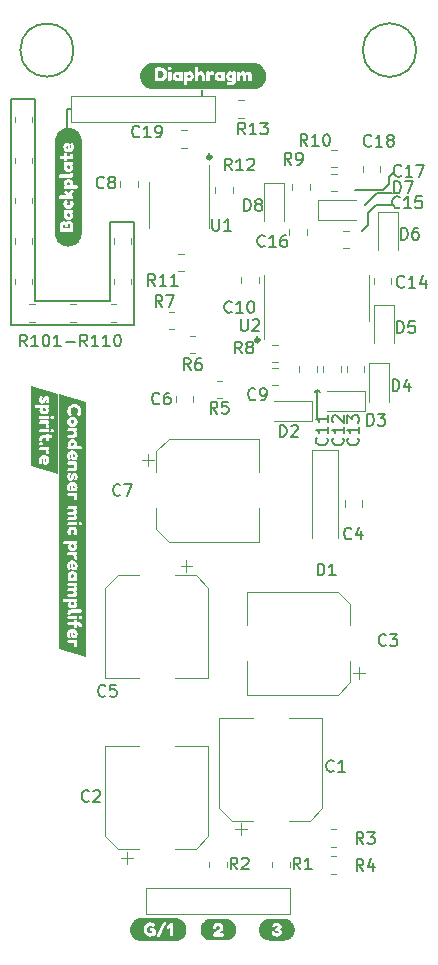
<source format=gbr>
%TF.GenerationSoftware,KiCad,Pcbnew,(7.0.0)*%
%TF.CreationDate,2023-03-18T07:41:40+03:00*%
%TF.ProjectId,StudioMic,53747564-696f-44d6-9963-2e6b69636164,1*%
%TF.SameCoordinates,Original*%
%TF.FileFunction,Legend,Top*%
%TF.FilePolarity,Positive*%
%FSLAX46Y46*%
G04 Gerber Fmt 4.6, Leading zero omitted, Abs format (unit mm)*
G04 Created by KiCad (PCBNEW (7.0.0)) date 2023-03-18 07:41:40*
%MOMM*%
%LPD*%
G01*
G04 APERTURE LIST*
%ADD10C,0.150000*%
%ADD11C,0.329000*%
%ADD12C,0.120000*%
G04 APERTURE END LIST*
D10*
X151257000Y-54737000D02*
X151257000Y-55245000D01*
X139827000Y-56388000D02*
X140208000Y-56388000D01*
X139827000Y-58166000D02*
X139827000Y-56388000D01*
D11*
X156120500Y-75946000D02*
G75*
G03*
X156120500Y-75946000I-164500J0D01*
G01*
D10*
X145542000Y-74676000D02*
X135128000Y-74676000D01*
X135128000Y-55499000D02*
X137160000Y-55499000D01*
X169409936Y-51396884D02*
G75*
G03*
X169409936Y-51396884I-2265936J0D01*
G01*
X140397552Y-51396884D02*
G75*
G03*
X140397552Y-51396884I-2253937J0D01*
G01*
X161036000Y-82061000D02*
X161036000Y-80156000D01*
X167132000Y-62122000D02*
X167132000Y-62757000D01*
X145542000Y-65913000D02*
X145542000Y-74676000D01*
X167386000Y-63519000D02*
X166116000Y-63519000D01*
X167386000Y-64535000D02*
X165989000Y-64535000D01*
X161036000Y-80156000D02*
X160825174Y-80366826D01*
X161036000Y-80156000D02*
X161246826Y-80366826D01*
X167513000Y-61741000D02*
X167132000Y-62122000D01*
X165354000Y-66186000D02*
X164846000Y-66694000D01*
X166624000Y-63265000D02*
X164211000Y-63265000D01*
X143510000Y-65913000D02*
X145542000Y-65913000D01*
X165989000Y-64535000D02*
X165354000Y-65170000D01*
X143510000Y-72644000D02*
X137160000Y-72644000D01*
X135128000Y-74676000D02*
X135128000Y-55499000D01*
X143510000Y-72644000D02*
X143510000Y-65913000D01*
D11*
X152056500Y-60452000D02*
G75*
G03*
X152056500Y-60452000I-164500J0D01*
G01*
D10*
X167132000Y-62757000D02*
X166624000Y-63265000D01*
X166116000Y-63519000D02*
X165100000Y-64535000D01*
X137160000Y-72644000D02*
X137160000Y-55499000D01*
X165354000Y-65170000D02*
X165354000Y-66186000D01*
X161036000Y-82442000D02*
X161036000Y-82061000D01*
X136445523Y-76490380D02*
X136112190Y-76014190D01*
X135874095Y-76490380D02*
X135874095Y-75490380D01*
X135874095Y-75490380D02*
X136255047Y-75490380D01*
X136255047Y-75490380D02*
X136350285Y-75538000D01*
X136350285Y-75538000D02*
X136397904Y-75585619D01*
X136397904Y-75585619D02*
X136445523Y-75680857D01*
X136445523Y-75680857D02*
X136445523Y-75823714D01*
X136445523Y-75823714D02*
X136397904Y-75918952D01*
X136397904Y-75918952D02*
X136350285Y-75966571D01*
X136350285Y-75966571D02*
X136255047Y-76014190D01*
X136255047Y-76014190D02*
X135874095Y-76014190D01*
X137397904Y-76490380D02*
X136826476Y-76490380D01*
X137112190Y-76490380D02*
X137112190Y-75490380D01*
X137112190Y-75490380D02*
X137016952Y-75633238D01*
X137016952Y-75633238D02*
X136921714Y-75728476D01*
X136921714Y-75728476D02*
X136826476Y-75776095D01*
X138016952Y-75490380D02*
X138112190Y-75490380D01*
X138112190Y-75490380D02*
X138207428Y-75538000D01*
X138207428Y-75538000D02*
X138255047Y-75585619D01*
X138255047Y-75585619D02*
X138302666Y-75680857D01*
X138302666Y-75680857D02*
X138350285Y-75871333D01*
X138350285Y-75871333D02*
X138350285Y-76109428D01*
X138350285Y-76109428D02*
X138302666Y-76299904D01*
X138302666Y-76299904D02*
X138255047Y-76395142D01*
X138255047Y-76395142D02*
X138207428Y-76442761D01*
X138207428Y-76442761D02*
X138112190Y-76490380D01*
X138112190Y-76490380D02*
X138016952Y-76490380D01*
X138016952Y-76490380D02*
X137921714Y-76442761D01*
X137921714Y-76442761D02*
X137874095Y-76395142D01*
X137874095Y-76395142D02*
X137826476Y-76299904D01*
X137826476Y-76299904D02*
X137778857Y-76109428D01*
X137778857Y-76109428D02*
X137778857Y-75871333D01*
X137778857Y-75871333D02*
X137826476Y-75680857D01*
X137826476Y-75680857D02*
X137874095Y-75585619D01*
X137874095Y-75585619D02*
X137921714Y-75538000D01*
X137921714Y-75538000D02*
X138016952Y-75490380D01*
X139302666Y-76490380D02*
X138731238Y-76490380D01*
X139016952Y-76490380D02*
X139016952Y-75490380D01*
X139016952Y-75490380D02*
X138921714Y-75633238D01*
X138921714Y-75633238D02*
X138826476Y-75728476D01*
X138826476Y-75728476D02*
X138731238Y-75776095D01*
X139731238Y-76109428D02*
X140493143Y-76109428D01*
X141540761Y-76490380D02*
X141207428Y-76014190D01*
X140969333Y-76490380D02*
X140969333Y-75490380D01*
X140969333Y-75490380D02*
X141350285Y-75490380D01*
X141350285Y-75490380D02*
X141445523Y-75538000D01*
X141445523Y-75538000D02*
X141493142Y-75585619D01*
X141493142Y-75585619D02*
X141540761Y-75680857D01*
X141540761Y-75680857D02*
X141540761Y-75823714D01*
X141540761Y-75823714D02*
X141493142Y-75918952D01*
X141493142Y-75918952D02*
X141445523Y-75966571D01*
X141445523Y-75966571D02*
X141350285Y-76014190D01*
X141350285Y-76014190D02*
X140969333Y-76014190D01*
X142493142Y-76490380D02*
X141921714Y-76490380D01*
X142207428Y-76490380D02*
X142207428Y-75490380D01*
X142207428Y-75490380D02*
X142112190Y-75633238D01*
X142112190Y-75633238D02*
X142016952Y-75728476D01*
X142016952Y-75728476D02*
X141921714Y-75776095D01*
X143445523Y-76490380D02*
X142874095Y-76490380D01*
X143159809Y-76490380D02*
X143159809Y-75490380D01*
X143159809Y-75490380D02*
X143064571Y-75633238D01*
X143064571Y-75633238D02*
X142969333Y-75728476D01*
X142969333Y-75728476D02*
X142874095Y-75776095D01*
X144064571Y-75490380D02*
X144159809Y-75490380D01*
X144159809Y-75490380D02*
X144255047Y-75538000D01*
X144255047Y-75538000D02*
X144302666Y-75585619D01*
X144302666Y-75585619D02*
X144350285Y-75680857D01*
X144350285Y-75680857D02*
X144397904Y-75871333D01*
X144397904Y-75871333D02*
X144397904Y-76109428D01*
X144397904Y-76109428D02*
X144350285Y-76299904D01*
X144350285Y-76299904D02*
X144302666Y-76395142D01*
X144302666Y-76395142D02*
X144255047Y-76442761D01*
X144255047Y-76442761D02*
X144159809Y-76490380D01*
X144159809Y-76490380D02*
X144064571Y-76490380D01*
X144064571Y-76490380D02*
X143969333Y-76442761D01*
X143969333Y-76442761D02*
X143921714Y-76395142D01*
X143921714Y-76395142D02*
X143874095Y-76299904D01*
X143874095Y-76299904D02*
X143826476Y-76109428D01*
X143826476Y-76109428D02*
X143826476Y-75871333D01*
X143826476Y-75871333D02*
X143874095Y-75680857D01*
X143874095Y-75680857D02*
X143921714Y-75585619D01*
X143921714Y-75585619D02*
X143969333Y-75538000D01*
X143969333Y-75538000D02*
X144064571Y-75490380D01*
%TO.C,C12*%
X163187742Y-84238057D02*
X163235361Y-84285676D01*
X163235361Y-84285676D02*
X163282980Y-84428533D01*
X163282980Y-84428533D02*
X163282980Y-84523771D01*
X163282980Y-84523771D02*
X163235361Y-84666628D01*
X163235361Y-84666628D02*
X163140123Y-84761866D01*
X163140123Y-84761866D02*
X163044885Y-84809485D01*
X163044885Y-84809485D02*
X162854409Y-84857104D01*
X162854409Y-84857104D02*
X162711552Y-84857104D01*
X162711552Y-84857104D02*
X162521076Y-84809485D01*
X162521076Y-84809485D02*
X162425838Y-84761866D01*
X162425838Y-84761866D02*
X162330600Y-84666628D01*
X162330600Y-84666628D02*
X162282980Y-84523771D01*
X162282980Y-84523771D02*
X162282980Y-84428533D01*
X162282980Y-84428533D02*
X162330600Y-84285676D01*
X162330600Y-84285676D02*
X162378219Y-84238057D01*
X163282980Y-83285676D02*
X163282980Y-83857104D01*
X163282980Y-83571390D02*
X162282980Y-83571390D01*
X162282980Y-83571390D02*
X162425838Y-83666628D01*
X162425838Y-83666628D02*
X162521076Y-83761866D01*
X162521076Y-83761866D02*
X162568695Y-83857104D01*
X162378219Y-82904723D02*
X162330600Y-82857104D01*
X162330600Y-82857104D02*
X162282980Y-82761866D01*
X162282980Y-82761866D02*
X162282980Y-82523771D01*
X162282980Y-82523771D02*
X162330600Y-82428533D01*
X162330600Y-82428533D02*
X162378219Y-82380914D01*
X162378219Y-82380914D02*
X162473457Y-82333295D01*
X162473457Y-82333295D02*
X162568695Y-82333295D01*
X162568695Y-82333295D02*
X162711552Y-82380914D01*
X162711552Y-82380914D02*
X163282980Y-82952342D01*
X163282980Y-82952342D02*
X163282980Y-82333295D01*
%TO.C,C8*%
X142962333Y-63010142D02*
X142914714Y-63057761D01*
X142914714Y-63057761D02*
X142771857Y-63105380D01*
X142771857Y-63105380D02*
X142676619Y-63105380D01*
X142676619Y-63105380D02*
X142533762Y-63057761D01*
X142533762Y-63057761D02*
X142438524Y-62962523D01*
X142438524Y-62962523D02*
X142390905Y-62867285D01*
X142390905Y-62867285D02*
X142343286Y-62676809D01*
X142343286Y-62676809D02*
X142343286Y-62533952D01*
X142343286Y-62533952D02*
X142390905Y-62343476D01*
X142390905Y-62343476D02*
X142438524Y-62248238D01*
X142438524Y-62248238D02*
X142533762Y-62153000D01*
X142533762Y-62153000D02*
X142676619Y-62105380D01*
X142676619Y-62105380D02*
X142771857Y-62105380D01*
X142771857Y-62105380D02*
X142914714Y-62153000D01*
X142914714Y-62153000D02*
X142962333Y-62200619D01*
X143533762Y-62533952D02*
X143438524Y-62486333D01*
X143438524Y-62486333D02*
X143390905Y-62438714D01*
X143390905Y-62438714D02*
X143343286Y-62343476D01*
X143343286Y-62343476D02*
X143343286Y-62295857D01*
X143343286Y-62295857D02*
X143390905Y-62200619D01*
X143390905Y-62200619D02*
X143438524Y-62153000D01*
X143438524Y-62153000D02*
X143533762Y-62105380D01*
X143533762Y-62105380D02*
X143724238Y-62105380D01*
X143724238Y-62105380D02*
X143819476Y-62153000D01*
X143819476Y-62153000D02*
X143867095Y-62200619D01*
X143867095Y-62200619D02*
X143914714Y-62295857D01*
X143914714Y-62295857D02*
X143914714Y-62343476D01*
X143914714Y-62343476D02*
X143867095Y-62438714D01*
X143867095Y-62438714D02*
X143819476Y-62486333D01*
X143819476Y-62486333D02*
X143724238Y-62533952D01*
X143724238Y-62533952D02*
X143533762Y-62533952D01*
X143533762Y-62533952D02*
X143438524Y-62581571D01*
X143438524Y-62581571D02*
X143390905Y-62629190D01*
X143390905Y-62629190D02*
X143343286Y-62724428D01*
X143343286Y-62724428D02*
X143343286Y-62914904D01*
X143343286Y-62914904D02*
X143390905Y-63010142D01*
X143390905Y-63010142D02*
X143438524Y-63057761D01*
X143438524Y-63057761D02*
X143533762Y-63105380D01*
X143533762Y-63105380D02*
X143724238Y-63105380D01*
X143724238Y-63105380D02*
X143819476Y-63057761D01*
X143819476Y-63057761D02*
X143867095Y-63010142D01*
X143867095Y-63010142D02*
X143914714Y-62914904D01*
X143914714Y-62914904D02*
X143914714Y-62724428D01*
X143914714Y-62724428D02*
X143867095Y-62629190D01*
X143867095Y-62629190D02*
X143819476Y-62581571D01*
X143819476Y-62581571D02*
X143724238Y-62533952D01*
%TO.C,C16*%
X156583142Y-67963142D02*
X156535523Y-68010761D01*
X156535523Y-68010761D02*
X156392666Y-68058380D01*
X156392666Y-68058380D02*
X156297428Y-68058380D01*
X156297428Y-68058380D02*
X156154571Y-68010761D01*
X156154571Y-68010761D02*
X156059333Y-67915523D01*
X156059333Y-67915523D02*
X156011714Y-67820285D01*
X156011714Y-67820285D02*
X155964095Y-67629809D01*
X155964095Y-67629809D02*
X155964095Y-67486952D01*
X155964095Y-67486952D02*
X156011714Y-67296476D01*
X156011714Y-67296476D02*
X156059333Y-67201238D01*
X156059333Y-67201238D02*
X156154571Y-67106000D01*
X156154571Y-67106000D02*
X156297428Y-67058380D01*
X156297428Y-67058380D02*
X156392666Y-67058380D01*
X156392666Y-67058380D02*
X156535523Y-67106000D01*
X156535523Y-67106000D02*
X156583142Y-67153619D01*
X157535523Y-68058380D02*
X156964095Y-68058380D01*
X157249809Y-68058380D02*
X157249809Y-67058380D01*
X157249809Y-67058380D02*
X157154571Y-67201238D01*
X157154571Y-67201238D02*
X157059333Y-67296476D01*
X157059333Y-67296476D02*
X156964095Y-67344095D01*
X158392666Y-67058380D02*
X158202190Y-67058380D01*
X158202190Y-67058380D02*
X158106952Y-67106000D01*
X158106952Y-67106000D02*
X158059333Y-67153619D01*
X158059333Y-67153619D02*
X157964095Y-67296476D01*
X157964095Y-67296476D02*
X157916476Y-67486952D01*
X157916476Y-67486952D02*
X157916476Y-67867904D01*
X157916476Y-67867904D02*
X157964095Y-67963142D01*
X157964095Y-67963142D02*
X158011714Y-68010761D01*
X158011714Y-68010761D02*
X158106952Y-68058380D01*
X158106952Y-68058380D02*
X158297428Y-68058380D01*
X158297428Y-68058380D02*
X158392666Y-68010761D01*
X158392666Y-68010761D02*
X158440285Y-67963142D01*
X158440285Y-67963142D02*
X158487904Y-67867904D01*
X158487904Y-67867904D02*
X158487904Y-67629809D01*
X158487904Y-67629809D02*
X158440285Y-67534571D01*
X158440285Y-67534571D02*
X158392666Y-67486952D01*
X158392666Y-67486952D02*
X158297428Y-67439333D01*
X158297428Y-67439333D02*
X158106952Y-67439333D01*
X158106952Y-67439333D02*
X158011714Y-67486952D01*
X158011714Y-67486952D02*
X157964095Y-67534571D01*
X157964095Y-67534571D02*
X157916476Y-67629809D01*
%TO.C,U2*%
X154559095Y-74170380D02*
X154559095Y-74979904D01*
X154559095Y-74979904D02*
X154606714Y-75075142D01*
X154606714Y-75075142D02*
X154654333Y-75122761D01*
X154654333Y-75122761D02*
X154749571Y-75170380D01*
X154749571Y-75170380D02*
X154940047Y-75170380D01*
X154940047Y-75170380D02*
X155035285Y-75122761D01*
X155035285Y-75122761D02*
X155082904Y-75075142D01*
X155082904Y-75075142D02*
X155130523Y-74979904D01*
X155130523Y-74979904D02*
X155130523Y-74170380D01*
X155559095Y-74265619D02*
X155606714Y-74218000D01*
X155606714Y-74218000D02*
X155701952Y-74170380D01*
X155701952Y-74170380D02*
X155940047Y-74170380D01*
X155940047Y-74170380D02*
X156035285Y-74218000D01*
X156035285Y-74218000D02*
X156082904Y-74265619D01*
X156082904Y-74265619D02*
X156130523Y-74360857D01*
X156130523Y-74360857D02*
X156130523Y-74456095D01*
X156130523Y-74456095D02*
X156082904Y-74598952D01*
X156082904Y-74598952D02*
X155511476Y-75170380D01*
X155511476Y-75170380D02*
X156130523Y-75170380D01*
%TO.C,D1*%
X161059905Y-95871380D02*
X161059905Y-94871380D01*
X161059905Y-94871380D02*
X161298000Y-94871380D01*
X161298000Y-94871380D02*
X161440857Y-94919000D01*
X161440857Y-94919000D02*
X161536095Y-95014238D01*
X161536095Y-95014238D02*
X161583714Y-95109476D01*
X161583714Y-95109476D02*
X161631333Y-95299952D01*
X161631333Y-95299952D02*
X161631333Y-95442809D01*
X161631333Y-95442809D02*
X161583714Y-95633285D01*
X161583714Y-95633285D02*
X161536095Y-95728523D01*
X161536095Y-95728523D02*
X161440857Y-95823761D01*
X161440857Y-95823761D02*
X161298000Y-95871380D01*
X161298000Y-95871380D02*
X161059905Y-95871380D01*
X162583714Y-95871380D02*
X162012286Y-95871380D01*
X162298000Y-95871380D02*
X162298000Y-94871380D01*
X162298000Y-94871380D02*
X162202762Y-95014238D01*
X162202762Y-95014238D02*
X162107524Y-95109476D01*
X162107524Y-95109476D02*
X162012286Y-95157095D01*
%TO.C,R12*%
X153789142Y-61581380D02*
X153455809Y-61105190D01*
X153217714Y-61581380D02*
X153217714Y-60581380D01*
X153217714Y-60581380D02*
X153598666Y-60581380D01*
X153598666Y-60581380D02*
X153693904Y-60629000D01*
X153693904Y-60629000D02*
X153741523Y-60676619D01*
X153741523Y-60676619D02*
X153789142Y-60771857D01*
X153789142Y-60771857D02*
X153789142Y-60914714D01*
X153789142Y-60914714D02*
X153741523Y-61009952D01*
X153741523Y-61009952D02*
X153693904Y-61057571D01*
X153693904Y-61057571D02*
X153598666Y-61105190D01*
X153598666Y-61105190D02*
X153217714Y-61105190D01*
X154741523Y-61581380D02*
X154170095Y-61581380D01*
X154455809Y-61581380D02*
X154455809Y-60581380D01*
X154455809Y-60581380D02*
X154360571Y-60724238D01*
X154360571Y-60724238D02*
X154265333Y-60819476D01*
X154265333Y-60819476D02*
X154170095Y-60867095D01*
X155122476Y-60676619D02*
X155170095Y-60629000D01*
X155170095Y-60629000D02*
X155265333Y-60581380D01*
X155265333Y-60581380D02*
X155503428Y-60581380D01*
X155503428Y-60581380D02*
X155598666Y-60629000D01*
X155598666Y-60629000D02*
X155646285Y-60676619D01*
X155646285Y-60676619D02*
X155693904Y-60771857D01*
X155693904Y-60771857D02*
X155693904Y-60867095D01*
X155693904Y-60867095D02*
X155646285Y-61009952D01*
X155646285Y-61009952D02*
X155074857Y-61581380D01*
X155074857Y-61581380D02*
X155693904Y-61581380D01*
%TO.C,R5*%
X152567333Y-82173380D02*
X152234000Y-81697190D01*
X151995905Y-82173380D02*
X151995905Y-81173380D01*
X151995905Y-81173380D02*
X152376857Y-81173380D01*
X152376857Y-81173380D02*
X152472095Y-81221000D01*
X152472095Y-81221000D02*
X152519714Y-81268619D01*
X152519714Y-81268619D02*
X152567333Y-81363857D01*
X152567333Y-81363857D02*
X152567333Y-81506714D01*
X152567333Y-81506714D02*
X152519714Y-81601952D01*
X152519714Y-81601952D02*
X152472095Y-81649571D01*
X152472095Y-81649571D02*
X152376857Y-81697190D01*
X152376857Y-81697190D02*
X151995905Y-81697190D01*
X153472095Y-81173380D02*
X152995905Y-81173380D01*
X152995905Y-81173380D02*
X152948286Y-81649571D01*
X152948286Y-81649571D02*
X152995905Y-81601952D01*
X152995905Y-81601952D02*
X153091143Y-81554333D01*
X153091143Y-81554333D02*
X153329238Y-81554333D01*
X153329238Y-81554333D02*
X153424476Y-81601952D01*
X153424476Y-81601952D02*
X153472095Y-81649571D01*
X153472095Y-81649571D02*
X153519714Y-81744809D01*
X153519714Y-81744809D02*
X153519714Y-81982904D01*
X153519714Y-81982904D02*
X153472095Y-82078142D01*
X153472095Y-82078142D02*
X153424476Y-82125761D01*
X153424476Y-82125761D02*
X153329238Y-82173380D01*
X153329238Y-82173380D02*
X153091143Y-82173380D01*
X153091143Y-82173380D02*
X152995905Y-82125761D01*
X152995905Y-82125761D02*
X152948286Y-82078142D01*
%TO.C,R10*%
X160189942Y-59498580D02*
X159856609Y-59022390D01*
X159618514Y-59498580D02*
X159618514Y-58498580D01*
X159618514Y-58498580D02*
X159999466Y-58498580D01*
X159999466Y-58498580D02*
X160094704Y-58546200D01*
X160094704Y-58546200D02*
X160142323Y-58593819D01*
X160142323Y-58593819D02*
X160189942Y-58689057D01*
X160189942Y-58689057D02*
X160189942Y-58831914D01*
X160189942Y-58831914D02*
X160142323Y-58927152D01*
X160142323Y-58927152D02*
X160094704Y-58974771D01*
X160094704Y-58974771D02*
X159999466Y-59022390D01*
X159999466Y-59022390D02*
X159618514Y-59022390D01*
X161142323Y-59498580D02*
X160570895Y-59498580D01*
X160856609Y-59498580D02*
X160856609Y-58498580D01*
X160856609Y-58498580D02*
X160761371Y-58641438D01*
X160761371Y-58641438D02*
X160666133Y-58736676D01*
X160666133Y-58736676D02*
X160570895Y-58784295D01*
X161761371Y-58498580D02*
X161856609Y-58498580D01*
X161856609Y-58498580D02*
X161951847Y-58546200D01*
X161951847Y-58546200D02*
X161999466Y-58593819D01*
X161999466Y-58593819D02*
X162047085Y-58689057D01*
X162047085Y-58689057D02*
X162094704Y-58879533D01*
X162094704Y-58879533D02*
X162094704Y-59117628D01*
X162094704Y-59117628D02*
X162047085Y-59308104D01*
X162047085Y-59308104D02*
X161999466Y-59403342D01*
X161999466Y-59403342D02*
X161951847Y-59450961D01*
X161951847Y-59450961D02*
X161856609Y-59498580D01*
X161856609Y-59498580D02*
X161761371Y-59498580D01*
X161761371Y-59498580D02*
X161666133Y-59450961D01*
X161666133Y-59450961D02*
X161618514Y-59403342D01*
X161618514Y-59403342D02*
X161570895Y-59308104D01*
X161570895Y-59308104D02*
X161523276Y-59117628D01*
X161523276Y-59117628D02*
X161523276Y-58879533D01*
X161523276Y-58879533D02*
X161570895Y-58689057D01*
X161570895Y-58689057D02*
X161618514Y-58593819D01*
X161618514Y-58593819D02*
X161666133Y-58546200D01*
X161666133Y-58546200D02*
X161761371Y-58498580D01*
%TO.C,D8*%
X154836905Y-65014180D02*
X154836905Y-64014180D01*
X154836905Y-64014180D02*
X155075000Y-64014180D01*
X155075000Y-64014180D02*
X155217857Y-64061800D01*
X155217857Y-64061800D02*
X155313095Y-64157038D01*
X155313095Y-64157038D02*
X155360714Y-64252276D01*
X155360714Y-64252276D02*
X155408333Y-64442752D01*
X155408333Y-64442752D02*
X155408333Y-64585609D01*
X155408333Y-64585609D02*
X155360714Y-64776085D01*
X155360714Y-64776085D02*
X155313095Y-64871323D01*
X155313095Y-64871323D02*
X155217857Y-64966561D01*
X155217857Y-64966561D02*
X155075000Y-65014180D01*
X155075000Y-65014180D02*
X154836905Y-65014180D01*
X155979762Y-64442752D02*
X155884524Y-64395133D01*
X155884524Y-64395133D02*
X155836905Y-64347514D01*
X155836905Y-64347514D02*
X155789286Y-64252276D01*
X155789286Y-64252276D02*
X155789286Y-64204657D01*
X155789286Y-64204657D02*
X155836905Y-64109419D01*
X155836905Y-64109419D02*
X155884524Y-64061800D01*
X155884524Y-64061800D02*
X155979762Y-64014180D01*
X155979762Y-64014180D02*
X156170238Y-64014180D01*
X156170238Y-64014180D02*
X156265476Y-64061800D01*
X156265476Y-64061800D02*
X156313095Y-64109419D01*
X156313095Y-64109419D02*
X156360714Y-64204657D01*
X156360714Y-64204657D02*
X156360714Y-64252276D01*
X156360714Y-64252276D02*
X156313095Y-64347514D01*
X156313095Y-64347514D02*
X156265476Y-64395133D01*
X156265476Y-64395133D02*
X156170238Y-64442752D01*
X156170238Y-64442752D02*
X155979762Y-64442752D01*
X155979762Y-64442752D02*
X155884524Y-64490371D01*
X155884524Y-64490371D02*
X155836905Y-64537990D01*
X155836905Y-64537990D02*
X155789286Y-64633228D01*
X155789286Y-64633228D02*
X155789286Y-64823704D01*
X155789286Y-64823704D02*
X155836905Y-64918942D01*
X155836905Y-64918942D02*
X155884524Y-64966561D01*
X155884524Y-64966561D02*
X155979762Y-65014180D01*
X155979762Y-65014180D02*
X156170238Y-65014180D01*
X156170238Y-65014180D02*
X156265476Y-64966561D01*
X156265476Y-64966561D02*
X156313095Y-64918942D01*
X156313095Y-64918942D02*
X156360714Y-64823704D01*
X156360714Y-64823704D02*
X156360714Y-64633228D01*
X156360714Y-64633228D02*
X156313095Y-64537990D01*
X156313095Y-64537990D02*
X156265476Y-64490371D01*
X156265476Y-64490371D02*
X156170238Y-64442752D01*
%TO.C,C3*%
X166838333Y-101745142D02*
X166790714Y-101792761D01*
X166790714Y-101792761D02*
X166647857Y-101840380D01*
X166647857Y-101840380D02*
X166552619Y-101840380D01*
X166552619Y-101840380D02*
X166409762Y-101792761D01*
X166409762Y-101792761D02*
X166314524Y-101697523D01*
X166314524Y-101697523D02*
X166266905Y-101602285D01*
X166266905Y-101602285D02*
X166219286Y-101411809D01*
X166219286Y-101411809D02*
X166219286Y-101268952D01*
X166219286Y-101268952D02*
X166266905Y-101078476D01*
X166266905Y-101078476D02*
X166314524Y-100983238D01*
X166314524Y-100983238D02*
X166409762Y-100888000D01*
X166409762Y-100888000D02*
X166552619Y-100840380D01*
X166552619Y-100840380D02*
X166647857Y-100840380D01*
X166647857Y-100840380D02*
X166790714Y-100888000D01*
X166790714Y-100888000D02*
X166838333Y-100935619D01*
X167171667Y-100840380D02*
X167790714Y-100840380D01*
X167790714Y-100840380D02*
X167457381Y-101221333D01*
X167457381Y-101221333D02*
X167600238Y-101221333D01*
X167600238Y-101221333D02*
X167695476Y-101268952D01*
X167695476Y-101268952D02*
X167743095Y-101316571D01*
X167743095Y-101316571D02*
X167790714Y-101411809D01*
X167790714Y-101411809D02*
X167790714Y-101649904D01*
X167790714Y-101649904D02*
X167743095Y-101745142D01*
X167743095Y-101745142D02*
X167695476Y-101792761D01*
X167695476Y-101792761D02*
X167600238Y-101840380D01*
X167600238Y-101840380D02*
X167314524Y-101840380D01*
X167314524Y-101840380D02*
X167219286Y-101792761D01*
X167219286Y-101792761D02*
X167171667Y-101745142D01*
%TO.C,R2*%
X154265333Y-120763380D02*
X153932000Y-120287190D01*
X153693905Y-120763380D02*
X153693905Y-119763380D01*
X153693905Y-119763380D02*
X154074857Y-119763380D01*
X154074857Y-119763380D02*
X154170095Y-119811000D01*
X154170095Y-119811000D02*
X154217714Y-119858619D01*
X154217714Y-119858619D02*
X154265333Y-119953857D01*
X154265333Y-119953857D02*
X154265333Y-120096714D01*
X154265333Y-120096714D02*
X154217714Y-120191952D01*
X154217714Y-120191952D02*
X154170095Y-120239571D01*
X154170095Y-120239571D02*
X154074857Y-120287190D01*
X154074857Y-120287190D02*
X153693905Y-120287190D01*
X154646286Y-119858619D02*
X154693905Y-119811000D01*
X154693905Y-119811000D02*
X154789143Y-119763380D01*
X154789143Y-119763380D02*
X155027238Y-119763380D01*
X155027238Y-119763380D02*
X155122476Y-119811000D01*
X155122476Y-119811000D02*
X155170095Y-119858619D01*
X155170095Y-119858619D02*
X155217714Y-119953857D01*
X155217714Y-119953857D02*
X155217714Y-120049095D01*
X155217714Y-120049095D02*
X155170095Y-120191952D01*
X155170095Y-120191952D02*
X154598667Y-120763380D01*
X154598667Y-120763380D02*
X155217714Y-120763380D01*
%TO.C,R6*%
X150304833Y-78491380D02*
X149971500Y-78015190D01*
X149733405Y-78491380D02*
X149733405Y-77491380D01*
X149733405Y-77491380D02*
X150114357Y-77491380D01*
X150114357Y-77491380D02*
X150209595Y-77539000D01*
X150209595Y-77539000D02*
X150257214Y-77586619D01*
X150257214Y-77586619D02*
X150304833Y-77681857D01*
X150304833Y-77681857D02*
X150304833Y-77824714D01*
X150304833Y-77824714D02*
X150257214Y-77919952D01*
X150257214Y-77919952D02*
X150209595Y-77967571D01*
X150209595Y-77967571D02*
X150114357Y-78015190D01*
X150114357Y-78015190D02*
X149733405Y-78015190D01*
X151161976Y-77491380D02*
X150971500Y-77491380D01*
X150971500Y-77491380D02*
X150876262Y-77539000D01*
X150876262Y-77539000D02*
X150828643Y-77586619D01*
X150828643Y-77586619D02*
X150733405Y-77729476D01*
X150733405Y-77729476D02*
X150685786Y-77919952D01*
X150685786Y-77919952D02*
X150685786Y-78300904D01*
X150685786Y-78300904D02*
X150733405Y-78396142D01*
X150733405Y-78396142D02*
X150781024Y-78443761D01*
X150781024Y-78443761D02*
X150876262Y-78491380D01*
X150876262Y-78491380D02*
X151066738Y-78491380D01*
X151066738Y-78491380D02*
X151161976Y-78443761D01*
X151161976Y-78443761D02*
X151209595Y-78396142D01*
X151209595Y-78396142D02*
X151257214Y-78300904D01*
X151257214Y-78300904D02*
X151257214Y-78062809D01*
X151257214Y-78062809D02*
X151209595Y-77967571D01*
X151209595Y-77967571D02*
X151161976Y-77919952D01*
X151161976Y-77919952D02*
X151066738Y-77872333D01*
X151066738Y-77872333D02*
X150876262Y-77872333D01*
X150876262Y-77872333D02*
X150781024Y-77919952D01*
X150781024Y-77919952D02*
X150733405Y-77967571D01*
X150733405Y-77967571D02*
X150685786Y-78062809D01*
%TO.C,C15*%
X168013142Y-64680142D02*
X167965523Y-64727761D01*
X167965523Y-64727761D02*
X167822666Y-64775380D01*
X167822666Y-64775380D02*
X167727428Y-64775380D01*
X167727428Y-64775380D02*
X167584571Y-64727761D01*
X167584571Y-64727761D02*
X167489333Y-64632523D01*
X167489333Y-64632523D02*
X167441714Y-64537285D01*
X167441714Y-64537285D02*
X167394095Y-64346809D01*
X167394095Y-64346809D02*
X167394095Y-64203952D01*
X167394095Y-64203952D02*
X167441714Y-64013476D01*
X167441714Y-64013476D02*
X167489333Y-63918238D01*
X167489333Y-63918238D02*
X167584571Y-63823000D01*
X167584571Y-63823000D02*
X167727428Y-63775380D01*
X167727428Y-63775380D02*
X167822666Y-63775380D01*
X167822666Y-63775380D02*
X167965523Y-63823000D01*
X167965523Y-63823000D02*
X168013142Y-63870619D01*
X168965523Y-64775380D02*
X168394095Y-64775380D01*
X168679809Y-64775380D02*
X168679809Y-63775380D01*
X168679809Y-63775380D02*
X168584571Y-63918238D01*
X168584571Y-63918238D02*
X168489333Y-64013476D01*
X168489333Y-64013476D02*
X168394095Y-64061095D01*
X169870285Y-63775380D02*
X169394095Y-63775380D01*
X169394095Y-63775380D02*
X169346476Y-64251571D01*
X169346476Y-64251571D02*
X169394095Y-64203952D01*
X169394095Y-64203952D02*
X169489333Y-64156333D01*
X169489333Y-64156333D02*
X169727428Y-64156333D01*
X169727428Y-64156333D02*
X169822666Y-64203952D01*
X169822666Y-64203952D02*
X169870285Y-64251571D01*
X169870285Y-64251571D02*
X169917904Y-64346809D01*
X169917904Y-64346809D02*
X169917904Y-64584904D01*
X169917904Y-64584904D02*
X169870285Y-64680142D01*
X169870285Y-64680142D02*
X169822666Y-64727761D01*
X169822666Y-64727761D02*
X169727428Y-64775380D01*
X169727428Y-64775380D02*
X169489333Y-64775380D01*
X169489333Y-64775380D02*
X169394095Y-64727761D01*
X169394095Y-64727761D02*
X169346476Y-64680142D01*
%TO.C,C11*%
X161816142Y-84227857D02*
X161863761Y-84275476D01*
X161863761Y-84275476D02*
X161911380Y-84418333D01*
X161911380Y-84418333D02*
X161911380Y-84513571D01*
X161911380Y-84513571D02*
X161863761Y-84656428D01*
X161863761Y-84656428D02*
X161768523Y-84751666D01*
X161768523Y-84751666D02*
X161673285Y-84799285D01*
X161673285Y-84799285D02*
X161482809Y-84846904D01*
X161482809Y-84846904D02*
X161339952Y-84846904D01*
X161339952Y-84846904D02*
X161149476Y-84799285D01*
X161149476Y-84799285D02*
X161054238Y-84751666D01*
X161054238Y-84751666D02*
X160959000Y-84656428D01*
X160959000Y-84656428D02*
X160911380Y-84513571D01*
X160911380Y-84513571D02*
X160911380Y-84418333D01*
X160911380Y-84418333D02*
X160959000Y-84275476D01*
X160959000Y-84275476D02*
X161006619Y-84227857D01*
X161911380Y-83275476D02*
X161911380Y-83846904D01*
X161911380Y-83561190D02*
X160911380Y-83561190D01*
X160911380Y-83561190D02*
X161054238Y-83656428D01*
X161054238Y-83656428D02*
X161149476Y-83751666D01*
X161149476Y-83751666D02*
X161197095Y-83846904D01*
X161911380Y-82323095D02*
X161911380Y-82894523D01*
X161911380Y-82608809D02*
X160911380Y-82608809D01*
X160911380Y-82608809D02*
X161054238Y-82704047D01*
X161054238Y-82704047D02*
X161149476Y-82799285D01*
X161149476Y-82799285D02*
X161197095Y-82894523D01*
%TO.C,C17*%
X168140142Y-62013142D02*
X168092523Y-62060761D01*
X168092523Y-62060761D02*
X167949666Y-62108380D01*
X167949666Y-62108380D02*
X167854428Y-62108380D01*
X167854428Y-62108380D02*
X167711571Y-62060761D01*
X167711571Y-62060761D02*
X167616333Y-61965523D01*
X167616333Y-61965523D02*
X167568714Y-61870285D01*
X167568714Y-61870285D02*
X167521095Y-61679809D01*
X167521095Y-61679809D02*
X167521095Y-61536952D01*
X167521095Y-61536952D02*
X167568714Y-61346476D01*
X167568714Y-61346476D02*
X167616333Y-61251238D01*
X167616333Y-61251238D02*
X167711571Y-61156000D01*
X167711571Y-61156000D02*
X167854428Y-61108380D01*
X167854428Y-61108380D02*
X167949666Y-61108380D01*
X167949666Y-61108380D02*
X168092523Y-61156000D01*
X168092523Y-61156000D02*
X168140142Y-61203619D01*
X169092523Y-62108380D02*
X168521095Y-62108380D01*
X168806809Y-62108380D02*
X168806809Y-61108380D01*
X168806809Y-61108380D02*
X168711571Y-61251238D01*
X168711571Y-61251238D02*
X168616333Y-61346476D01*
X168616333Y-61346476D02*
X168521095Y-61394095D01*
X169425857Y-61108380D02*
X170092523Y-61108380D01*
X170092523Y-61108380D02*
X169663952Y-62108380D01*
%TO.C,D3*%
X165250905Y-83190380D02*
X165250905Y-82190380D01*
X165250905Y-82190380D02*
X165489000Y-82190380D01*
X165489000Y-82190380D02*
X165631857Y-82238000D01*
X165631857Y-82238000D02*
X165727095Y-82333238D01*
X165727095Y-82333238D02*
X165774714Y-82428476D01*
X165774714Y-82428476D02*
X165822333Y-82618952D01*
X165822333Y-82618952D02*
X165822333Y-82761809D01*
X165822333Y-82761809D02*
X165774714Y-82952285D01*
X165774714Y-82952285D02*
X165727095Y-83047523D01*
X165727095Y-83047523D02*
X165631857Y-83142761D01*
X165631857Y-83142761D02*
X165489000Y-83190380D01*
X165489000Y-83190380D02*
X165250905Y-83190380D01*
X166155667Y-82190380D02*
X166774714Y-82190380D01*
X166774714Y-82190380D02*
X166441381Y-82571333D01*
X166441381Y-82571333D02*
X166584238Y-82571333D01*
X166584238Y-82571333D02*
X166679476Y-82618952D01*
X166679476Y-82618952D02*
X166727095Y-82666571D01*
X166727095Y-82666571D02*
X166774714Y-82761809D01*
X166774714Y-82761809D02*
X166774714Y-82999904D01*
X166774714Y-82999904D02*
X166727095Y-83095142D01*
X166727095Y-83095142D02*
X166679476Y-83142761D01*
X166679476Y-83142761D02*
X166584238Y-83190380D01*
X166584238Y-83190380D02*
X166298524Y-83190380D01*
X166298524Y-83190380D02*
X166203286Y-83142761D01*
X166203286Y-83142761D02*
X166155667Y-83095142D01*
%TO.C,R9*%
X158837333Y-61092380D02*
X158504000Y-60616190D01*
X158265905Y-61092380D02*
X158265905Y-60092380D01*
X158265905Y-60092380D02*
X158646857Y-60092380D01*
X158646857Y-60092380D02*
X158742095Y-60140000D01*
X158742095Y-60140000D02*
X158789714Y-60187619D01*
X158789714Y-60187619D02*
X158837333Y-60282857D01*
X158837333Y-60282857D02*
X158837333Y-60425714D01*
X158837333Y-60425714D02*
X158789714Y-60520952D01*
X158789714Y-60520952D02*
X158742095Y-60568571D01*
X158742095Y-60568571D02*
X158646857Y-60616190D01*
X158646857Y-60616190D02*
X158265905Y-60616190D01*
X159313524Y-61092380D02*
X159504000Y-61092380D01*
X159504000Y-61092380D02*
X159599238Y-61044761D01*
X159599238Y-61044761D02*
X159646857Y-60997142D01*
X159646857Y-60997142D02*
X159742095Y-60854285D01*
X159742095Y-60854285D02*
X159789714Y-60663809D01*
X159789714Y-60663809D02*
X159789714Y-60282857D01*
X159789714Y-60282857D02*
X159742095Y-60187619D01*
X159742095Y-60187619D02*
X159694476Y-60140000D01*
X159694476Y-60140000D02*
X159599238Y-60092380D01*
X159599238Y-60092380D02*
X159408762Y-60092380D01*
X159408762Y-60092380D02*
X159313524Y-60140000D01*
X159313524Y-60140000D02*
X159265905Y-60187619D01*
X159265905Y-60187619D02*
X159218286Y-60282857D01*
X159218286Y-60282857D02*
X159218286Y-60520952D01*
X159218286Y-60520952D02*
X159265905Y-60616190D01*
X159265905Y-60616190D02*
X159313524Y-60663809D01*
X159313524Y-60663809D02*
X159408762Y-60711428D01*
X159408762Y-60711428D02*
X159599238Y-60711428D01*
X159599238Y-60711428D02*
X159694476Y-60663809D01*
X159694476Y-60663809D02*
X159742095Y-60616190D01*
X159742095Y-60616190D02*
X159789714Y-60520952D01*
%TO.C,R3*%
X164933333Y-118604380D02*
X164600000Y-118128190D01*
X164361905Y-118604380D02*
X164361905Y-117604380D01*
X164361905Y-117604380D02*
X164742857Y-117604380D01*
X164742857Y-117604380D02*
X164838095Y-117652000D01*
X164838095Y-117652000D02*
X164885714Y-117699619D01*
X164885714Y-117699619D02*
X164933333Y-117794857D01*
X164933333Y-117794857D02*
X164933333Y-117937714D01*
X164933333Y-117937714D02*
X164885714Y-118032952D01*
X164885714Y-118032952D02*
X164838095Y-118080571D01*
X164838095Y-118080571D02*
X164742857Y-118128190D01*
X164742857Y-118128190D02*
X164361905Y-118128190D01*
X165266667Y-117604380D02*
X165885714Y-117604380D01*
X165885714Y-117604380D02*
X165552381Y-117985333D01*
X165552381Y-117985333D02*
X165695238Y-117985333D01*
X165695238Y-117985333D02*
X165790476Y-118032952D01*
X165790476Y-118032952D02*
X165838095Y-118080571D01*
X165838095Y-118080571D02*
X165885714Y-118175809D01*
X165885714Y-118175809D02*
X165885714Y-118413904D01*
X165885714Y-118413904D02*
X165838095Y-118509142D01*
X165838095Y-118509142D02*
X165790476Y-118556761D01*
X165790476Y-118556761D02*
X165695238Y-118604380D01*
X165695238Y-118604380D02*
X165409524Y-118604380D01*
X165409524Y-118604380D02*
X165314286Y-118556761D01*
X165314286Y-118556761D02*
X165266667Y-118509142D01*
%TO.C,R11*%
X147312142Y-71360380D02*
X146978809Y-70884190D01*
X146740714Y-71360380D02*
X146740714Y-70360380D01*
X146740714Y-70360380D02*
X147121666Y-70360380D01*
X147121666Y-70360380D02*
X147216904Y-70408000D01*
X147216904Y-70408000D02*
X147264523Y-70455619D01*
X147264523Y-70455619D02*
X147312142Y-70550857D01*
X147312142Y-70550857D02*
X147312142Y-70693714D01*
X147312142Y-70693714D02*
X147264523Y-70788952D01*
X147264523Y-70788952D02*
X147216904Y-70836571D01*
X147216904Y-70836571D02*
X147121666Y-70884190D01*
X147121666Y-70884190D02*
X146740714Y-70884190D01*
X148264523Y-71360380D02*
X147693095Y-71360380D01*
X147978809Y-71360380D02*
X147978809Y-70360380D01*
X147978809Y-70360380D02*
X147883571Y-70503238D01*
X147883571Y-70503238D02*
X147788333Y-70598476D01*
X147788333Y-70598476D02*
X147693095Y-70646095D01*
X149216904Y-71360380D02*
X148645476Y-71360380D01*
X148931190Y-71360380D02*
X148931190Y-70360380D01*
X148931190Y-70360380D02*
X148835952Y-70503238D01*
X148835952Y-70503238D02*
X148740714Y-70598476D01*
X148740714Y-70598476D02*
X148645476Y-70646095D01*
%TO.C,R7*%
X147915333Y-73138380D02*
X147582000Y-72662190D01*
X147343905Y-73138380D02*
X147343905Y-72138380D01*
X147343905Y-72138380D02*
X147724857Y-72138380D01*
X147724857Y-72138380D02*
X147820095Y-72186000D01*
X147820095Y-72186000D02*
X147867714Y-72233619D01*
X147867714Y-72233619D02*
X147915333Y-72328857D01*
X147915333Y-72328857D02*
X147915333Y-72471714D01*
X147915333Y-72471714D02*
X147867714Y-72566952D01*
X147867714Y-72566952D02*
X147820095Y-72614571D01*
X147820095Y-72614571D02*
X147724857Y-72662190D01*
X147724857Y-72662190D02*
X147343905Y-72662190D01*
X148248667Y-72138380D02*
X148915333Y-72138380D01*
X148915333Y-72138380D02*
X148486762Y-73138380D01*
%TO.C,C10*%
X153789142Y-73551142D02*
X153741523Y-73598761D01*
X153741523Y-73598761D02*
X153598666Y-73646380D01*
X153598666Y-73646380D02*
X153503428Y-73646380D01*
X153503428Y-73646380D02*
X153360571Y-73598761D01*
X153360571Y-73598761D02*
X153265333Y-73503523D01*
X153265333Y-73503523D02*
X153217714Y-73408285D01*
X153217714Y-73408285D02*
X153170095Y-73217809D01*
X153170095Y-73217809D02*
X153170095Y-73074952D01*
X153170095Y-73074952D02*
X153217714Y-72884476D01*
X153217714Y-72884476D02*
X153265333Y-72789238D01*
X153265333Y-72789238D02*
X153360571Y-72694000D01*
X153360571Y-72694000D02*
X153503428Y-72646380D01*
X153503428Y-72646380D02*
X153598666Y-72646380D01*
X153598666Y-72646380D02*
X153741523Y-72694000D01*
X153741523Y-72694000D02*
X153789142Y-72741619D01*
X154741523Y-73646380D02*
X154170095Y-73646380D01*
X154455809Y-73646380D02*
X154455809Y-72646380D01*
X154455809Y-72646380D02*
X154360571Y-72789238D01*
X154360571Y-72789238D02*
X154265333Y-72884476D01*
X154265333Y-72884476D02*
X154170095Y-72932095D01*
X155360571Y-72646380D02*
X155455809Y-72646380D01*
X155455809Y-72646380D02*
X155551047Y-72694000D01*
X155551047Y-72694000D02*
X155598666Y-72741619D01*
X155598666Y-72741619D02*
X155646285Y-72836857D01*
X155646285Y-72836857D02*
X155693904Y-73027333D01*
X155693904Y-73027333D02*
X155693904Y-73265428D01*
X155693904Y-73265428D02*
X155646285Y-73455904D01*
X155646285Y-73455904D02*
X155598666Y-73551142D01*
X155598666Y-73551142D02*
X155551047Y-73598761D01*
X155551047Y-73598761D02*
X155455809Y-73646380D01*
X155455809Y-73646380D02*
X155360571Y-73646380D01*
X155360571Y-73646380D02*
X155265333Y-73598761D01*
X155265333Y-73598761D02*
X155217714Y-73551142D01*
X155217714Y-73551142D02*
X155170095Y-73455904D01*
X155170095Y-73455904D02*
X155122476Y-73265428D01*
X155122476Y-73265428D02*
X155122476Y-73027333D01*
X155122476Y-73027333D02*
X155170095Y-72836857D01*
X155170095Y-72836857D02*
X155217714Y-72741619D01*
X155217714Y-72741619D02*
X155265333Y-72694000D01*
X155265333Y-72694000D02*
X155360571Y-72646380D01*
%TO.C,R4*%
X164933333Y-120890380D02*
X164600000Y-120414190D01*
X164361905Y-120890380D02*
X164361905Y-119890380D01*
X164361905Y-119890380D02*
X164742857Y-119890380D01*
X164742857Y-119890380D02*
X164838095Y-119938000D01*
X164838095Y-119938000D02*
X164885714Y-119985619D01*
X164885714Y-119985619D02*
X164933333Y-120080857D01*
X164933333Y-120080857D02*
X164933333Y-120223714D01*
X164933333Y-120223714D02*
X164885714Y-120318952D01*
X164885714Y-120318952D02*
X164838095Y-120366571D01*
X164838095Y-120366571D02*
X164742857Y-120414190D01*
X164742857Y-120414190D02*
X164361905Y-120414190D01*
X165790476Y-120223714D02*
X165790476Y-120890380D01*
X165552381Y-119842761D02*
X165314286Y-120557047D01*
X165314286Y-120557047D02*
X165933333Y-120557047D01*
%TO.C,C1*%
X162416833Y-112413142D02*
X162369214Y-112460761D01*
X162369214Y-112460761D02*
X162226357Y-112508380D01*
X162226357Y-112508380D02*
X162131119Y-112508380D01*
X162131119Y-112508380D02*
X161988262Y-112460761D01*
X161988262Y-112460761D02*
X161893024Y-112365523D01*
X161893024Y-112365523D02*
X161845405Y-112270285D01*
X161845405Y-112270285D02*
X161797786Y-112079809D01*
X161797786Y-112079809D02*
X161797786Y-111936952D01*
X161797786Y-111936952D02*
X161845405Y-111746476D01*
X161845405Y-111746476D02*
X161893024Y-111651238D01*
X161893024Y-111651238D02*
X161988262Y-111556000D01*
X161988262Y-111556000D02*
X162131119Y-111508380D01*
X162131119Y-111508380D02*
X162226357Y-111508380D01*
X162226357Y-111508380D02*
X162369214Y-111556000D01*
X162369214Y-111556000D02*
X162416833Y-111603619D01*
X163369214Y-112508380D02*
X162797786Y-112508380D01*
X163083500Y-112508380D02*
X163083500Y-111508380D01*
X163083500Y-111508380D02*
X162988262Y-111651238D01*
X162988262Y-111651238D02*
X162893024Y-111746476D01*
X162893024Y-111746476D02*
X162797786Y-111794095D01*
%TO.C,C13*%
X164457742Y-84238057D02*
X164505361Y-84285676D01*
X164505361Y-84285676D02*
X164552980Y-84428533D01*
X164552980Y-84428533D02*
X164552980Y-84523771D01*
X164552980Y-84523771D02*
X164505361Y-84666628D01*
X164505361Y-84666628D02*
X164410123Y-84761866D01*
X164410123Y-84761866D02*
X164314885Y-84809485D01*
X164314885Y-84809485D02*
X164124409Y-84857104D01*
X164124409Y-84857104D02*
X163981552Y-84857104D01*
X163981552Y-84857104D02*
X163791076Y-84809485D01*
X163791076Y-84809485D02*
X163695838Y-84761866D01*
X163695838Y-84761866D02*
X163600600Y-84666628D01*
X163600600Y-84666628D02*
X163552980Y-84523771D01*
X163552980Y-84523771D02*
X163552980Y-84428533D01*
X163552980Y-84428533D02*
X163600600Y-84285676D01*
X163600600Y-84285676D02*
X163648219Y-84238057D01*
X164552980Y-83285676D02*
X164552980Y-83857104D01*
X164552980Y-83571390D02*
X163552980Y-83571390D01*
X163552980Y-83571390D02*
X163695838Y-83666628D01*
X163695838Y-83666628D02*
X163791076Y-83761866D01*
X163791076Y-83761866D02*
X163838695Y-83857104D01*
X163552980Y-82952342D02*
X163552980Y-82333295D01*
X163552980Y-82333295D02*
X163933933Y-82666628D01*
X163933933Y-82666628D02*
X163933933Y-82523771D01*
X163933933Y-82523771D02*
X163981552Y-82428533D01*
X163981552Y-82428533D02*
X164029171Y-82380914D01*
X164029171Y-82380914D02*
X164124409Y-82333295D01*
X164124409Y-82333295D02*
X164362504Y-82333295D01*
X164362504Y-82333295D02*
X164457742Y-82380914D01*
X164457742Y-82380914D02*
X164505361Y-82428533D01*
X164505361Y-82428533D02*
X164552980Y-82523771D01*
X164552980Y-82523771D02*
X164552980Y-82809485D01*
X164552980Y-82809485D02*
X164505361Y-82904723D01*
X164505361Y-82904723D02*
X164457742Y-82952342D01*
%TO.C,C19*%
X145965942Y-58692142D02*
X145918323Y-58739761D01*
X145918323Y-58739761D02*
X145775466Y-58787380D01*
X145775466Y-58787380D02*
X145680228Y-58787380D01*
X145680228Y-58787380D02*
X145537371Y-58739761D01*
X145537371Y-58739761D02*
X145442133Y-58644523D01*
X145442133Y-58644523D02*
X145394514Y-58549285D01*
X145394514Y-58549285D02*
X145346895Y-58358809D01*
X145346895Y-58358809D02*
X145346895Y-58215952D01*
X145346895Y-58215952D02*
X145394514Y-58025476D01*
X145394514Y-58025476D02*
X145442133Y-57930238D01*
X145442133Y-57930238D02*
X145537371Y-57835000D01*
X145537371Y-57835000D02*
X145680228Y-57787380D01*
X145680228Y-57787380D02*
X145775466Y-57787380D01*
X145775466Y-57787380D02*
X145918323Y-57835000D01*
X145918323Y-57835000D02*
X145965942Y-57882619D01*
X146918323Y-58787380D02*
X146346895Y-58787380D01*
X146632609Y-58787380D02*
X146632609Y-57787380D01*
X146632609Y-57787380D02*
X146537371Y-57930238D01*
X146537371Y-57930238D02*
X146442133Y-58025476D01*
X146442133Y-58025476D02*
X146346895Y-58073095D01*
X147394514Y-58787380D02*
X147584990Y-58787380D01*
X147584990Y-58787380D02*
X147680228Y-58739761D01*
X147680228Y-58739761D02*
X147727847Y-58692142D01*
X147727847Y-58692142D02*
X147823085Y-58549285D01*
X147823085Y-58549285D02*
X147870704Y-58358809D01*
X147870704Y-58358809D02*
X147870704Y-57977857D01*
X147870704Y-57977857D02*
X147823085Y-57882619D01*
X147823085Y-57882619D02*
X147775466Y-57835000D01*
X147775466Y-57835000D02*
X147680228Y-57787380D01*
X147680228Y-57787380D02*
X147489752Y-57787380D01*
X147489752Y-57787380D02*
X147394514Y-57835000D01*
X147394514Y-57835000D02*
X147346895Y-57882619D01*
X147346895Y-57882619D02*
X147299276Y-57977857D01*
X147299276Y-57977857D02*
X147299276Y-58215952D01*
X147299276Y-58215952D02*
X147346895Y-58311190D01*
X147346895Y-58311190D02*
X147394514Y-58358809D01*
X147394514Y-58358809D02*
X147489752Y-58406428D01*
X147489752Y-58406428D02*
X147680228Y-58406428D01*
X147680228Y-58406428D02*
X147775466Y-58358809D01*
X147775466Y-58358809D02*
X147823085Y-58311190D01*
X147823085Y-58311190D02*
X147870704Y-58215952D01*
%TO.C,C7*%
X144359333Y-89045142D02*
X144311714Y-89092761D01*
X144311714Y-89092761D02*
X144168857Y-89140380D01*
X144168857Y-89140380D02*
X144073619Y-89140380D01*
X144073619Y-89140380D02*
X143930762Y-89092761D01*
X143930762Y-89092761D02*
X143835524Y-88997523D01*
X143835524Y-88997523D02*
X143787905Y-88902285D01*
X143787905Y-88902285D02*
X143740286Y-88711809D01*
X143740286Y-88711809D02*
X143740286Y-88568952D01*
X143740286Y-88568952D02*
X143787905Y-88378476D01*
X143787905Y-88378476D02*
X143835524Y-88283238D01*
X143835524Y-88283238D02*
X143930762Y-88188000D01*
X143930762Y-88188000D02*
X144073619Y-88140380D01*
X144073619Y-88140380D02*
X144168857Y-88140380D01*
X144168857Y-88140380D02*
X144311714Y-88188000D01*
X144311714Y-88188000D02*
X144359333Y-88235619D01*
X144692667Y-88140380D02*
X145359333Y-88140380D01*
X145359333Y-88140380D02*
X144930762Y-89140380D01*
%TO.C,R1*%
X159599333Y-120763380D02*
X159266000Y-120287190D01*
X159027905Y-120763380D02*
X159027905Y-119763380D01*
X159027905Y-119763380D02*
X159408857Y-119763380D01*
X159408857Y-119763380D02*
X159504095Y-119811000D01*
X159504095Y-119811000D02*
X159551714Y-119858619D01*
X159551714Y-119858619D02*
X159599333Y-119953857D01*
X159599333Y-119953857D02*
X159599333Y-120096714D01*
X159599333Y-120096714D02*
X159551714Y-120191952D01*
X159551714Y-120191952D02*
X159504095Y-120239571D01*
X159504095Y-120239571D02*
X159408857Y-120287190D01*
X159408857Y-120287190D02*
X159027905Y-120287190D01*
X160551714Y-120763380D02*
X159980286Y-120763380D01*
X160266000Y-120763380D02*
X160266000Y-119763380D01*
X160266000Y-119763380D02*
X160170762Y-119906238D01*
X160170762Y-119906238D02*
X160075524Y-120001476D01*
X160075524Y-120001476D02*
X159980286Y-120049095D01*
%TO.C,D7*%
X167536905Y-63505380D02*
X167536905Y-62505380D01*
X167536905Y-62505380D02*
X167775000Y-62505380D01*
X167775000Y-62505380D02*
X167917857Y-62553000D01*
X167917857Y-62553000D02*
X168013095Y-62648238D01*
X168013095Y-62648238D02*
X168060714Y-62743476D01*
X168060714Y-62743476D02*
X168108333Y-62933952D01*
X168108333Y-62933952D02*
X168108333Y-63076809D01*
X168108333Y-63076809D02*
X168060714Y-63267285D01*
X168060714Y-63267285D02*
X168013095Y-63362523D01*
X168013095Y-63362523D02*
X167917857Y-63457761D01*
X167917857Y-63457761D02*
X167775000Y-63505380D01*
X167775000Y-63505380D02*
X167536905Y-63505380D01*
X168441667Y-62505380D02*
X169108333Y-62505380D01*
X169108333Y-62505380D02*
X168679762Y-63505380D01*
%TO.C,C9*%
X155789333Y-80936142D02*
X155741714Y-80983761D01*
X155741714Y-80983761D02*
X155598857Y-81031380D01*
X155598857Y-81031380D02*
X155503619Y-81031380D01*
X155503619Y-81031380D02*
X155360762Y-80983761D01*
X155360762Y-80983761D02*
X155265524Y-80888523D01*
X155265524Y-80888523D02*
X155217905Y-80793285D01*
X155217905Y-80793285D02*
X155170286Y-80602809D01*
X155170286Y-80602809D02*
X155170286Y-80459952D01*
X155170286Y-80459952D02*
X155217905Y-80269476D01*
X155217905Y-80269476D02*
X155265524Y-80174238D01*
X155265524Y-80174238D02*
X155360762Y-80079000D01*
X155360762Y-80079000D02*
X155503619Y-80031380D01*
X155503619Y-80031380D02*
X155598857Y-80031380D01*
X155598857Y-80031380D02*
X155741714Y-80079000D01*
X155741714Y-80079000D02*
X155789333Y-80126619D01*
X156265524Y-81031380D02*
X156456000Y-81031380D01*
X156456000Y-81031380D02*
X156551238Y-80983761D01*
X156551238Y-80983761D02*
X156598857Y-80936142D01*
X156598857Y-80936142D02*
X156694095Y-80793285D01*
X156694095Y-80793285D02*
X156741714Y-80602809D01*
X156741714Y-80602809D02*
X156741714Y-80221857D01*
X156741714Y-80221857D02*
X156694095Y-80126619D01*
X156694095Y-80126619D02*
X156646476Y-80079000D01*
X156646476Y-80079000D02*
X156551238Y-80031380D01*
X156551238Y-80031380D02*
X156360762Y-80031380D01*
X156360762Y-80031380D02*
X156265524Y-80079000D01*
X156265524Y-80079000D02*
X156217905Y-80126619D01*
X156217905Y-80126619D02*
X156170286Y-80221857D01*
X156170286Y-80221857D02*
X156170286Y-80459952D01*
X156170286Y-80459952D02*
X156217905Y-80555190D01*
X156217905Y-80555190D02*
X156265524Y-80602809D01*
X156265524Y-80602809D02*
X156360762Y-80650428D01*
X156360762Y-80650428D02*
X156551238Y-80650428D01*
X156551238Y-80650428D02*
X156646476Y-80602809D01*
X156646476Y-80602809D02*
X156694095Y-80555190D01*
X156694095Y-80555190D02*
X156741714Y-80459952D01*
%TO.C,D2*%
X157861405Y-84151380D02*
X157861405Y-83151380D01*
X157861405Y-83151380D02*
X158099500Y-83151380D01*
X158099500Y-83151380D02*
X158242357Y-83199000D01*
X158242357Y-83199000D02*
X158337595Y-83294238D01*
X158337595Y-83294238D02*
X158385214Y-83389476D01*
X158385214Y-83389476D02*
X158432833Y-83579952D01*
X158432833Y-83579952D02*
X158432833Y-83722809D01*
X158432833Y-83722809D02*
X158385214Y-83913285D01*
X158385214Y-83913285D02*
X158337595Y-84008523D01*
X158337595Y-84008523D02*
X158242357Y-84103761D01*
X158242357Y-84103761D02*
X158099500Y-84151380D01*
X158099500Y-84151380D02*
X157861405Y-84151380D01*
X158813786Y-83246619D02*
X158861405Y-83199000D01*
X158861405Y-83199000D02*
X158956643Y-83151380D01*
X158956643Y-83151380D02*
X159194738Y-83151380D01*
X159194738Y-83151380D02*
X159289976Y-83199000D01*
X159289976Y-83199000D02*
X159337595Y-83246619D01*
X159337595Y-83246619D02*
X159385214Y-83341857D01*
X159385214Y-83341857D02*
X159385214Y-83437095D01*
X159385214Y-83437095D02*
X159337595Y-83579952D01*
X159337595Y-83579952D02*
X158766167Y-84151380D01*
X158766167Y-84151380D02*
X159385214Y-84151380D01*
%TO.C,R13*%
X154932142Y-58533380D02*
X154598809Y-58057190D01*
X154360714Y-58533380D02*
X154360714Y-57533380D01*
X154360714Y-57533380D02*
X154741666Y-57533380D01*
X154741666Y-57533380D02*
X154836904Y-57581000D01*
X154836904Y-57581000D02*
X154884523Y-57628619D01*
X154884523Y-57628619D02*
X154932142Y-57723857D01*
X154932142Y-57723857D02*
X154932142Y-57866714D01*
X154932142Y-57866714D02*
X154884523Y-57961952D01*
X154884523Y-57961952D02*
X154836904Y-58009571D01*
X154836904Y-58009571D02*
X154741666Y-58057190D01*
X154741666Y-58057190D02*
X154360714Y-58057190D01*
X155884523Y-58533380D02*
X155313095Y-58533380D01*
X155598809Y-58533380D02*
X155598809Y-57533380D01*
X155598809Y-57533380D02*
X155503571Y-57676238D01*
X155503571Y-57676238D02*
X155408333Y-57771476D01*
X155408333Y-57771476D02*
X155313095Y-57819095D01*
X156217857Y-57533380D02*
X156836904Y-57533380D01*
X156836904Y-57533380D02*
X156503571Y-57914333D01*
X156503571Y-57914333D02*
X156646428Y-57914333D01*
X156646428Y-57914333D02*
X156741666Y-57961952D01*
X156741666Y-57961952D02*
X156789285Y-58009571D01*
X156789285Y-58009571D02*
X156836904Y-58104809D01*
X156836904Y-58104809D02*
X156836904Y-58342904D01*
X156836904Y-58342904D02*
X156789285Y-58438142D01*
X156789285Y-58438142D02*
X156741666Y-58485761D01*
X156741666Y-58485761D02*
X156646428Y-58533380D01*
X156646428Y-58533380D02*
X156360714Y-58533380D01*
X156360714Y-58533380D02*
X156265476Y-58485761D01*
X156265476Y-58485761D02*
X156217857Y-58438142D01*
%TO.C,R8*%
X154646333Y-77075380D02*
X154313000Y-76599190D01*
X154074905Y-77075380D02*
X154074905Y-76075380D01*
X154074905Y-76075380D02*
X154455857Y-76075380D01*
X154455857Y-76075380D02*
X154551095Y-76123000D01*
X154551095Y-76123000D02*
X154598714Y-76170619D01*
X154598714Y-76170619D02*
X154646333Y-76265857D01*
X154646333Y-76265857D02*
X154646333Y-76408714D01*
X154646333Y-76408714D02*
X154598714Y-76503952D01*
X154598714Y-76503952D02*
X154551095Y-76551571D01*
X154551095Y-76551571D02*
X154455857Y-76599190D01*
X154455857Y-76599190D02*
X154074905Y-76599190D01*
X155217762Y-76503952D02*
X155122524Y-76456333D01*
X155122524Y-76456333D02*
X155074905Y-76408714D01*
X155074905Y-76408714D02*
X155027286Y-76313476D01*
X155027286Y-76313476D02*
X155027286Y-76265857D01*
X155027286Y-76265857D02*
X155074905Y-76170619D01*
X155074905Y-76170619D02*
X155122524Y-76123000D01*
X155122524Y-76123000D02*
X155217762Y-76075380D01*
X155217762Y-76075380D02*
X155408238Y-76075380D01*
X155408238Y-76075380D02*
X155503476Y-76123000D01*
X155503476Y-76123000D02*
X155551095Y-76170619D01*
X155551095Y-76170619D02*
X155598714Y-76265857D01*
X155598714Y-76265857D02*
X155598714Y-76313476D01*
X155598714Y-76313476D02*
X155551095Y-76408714D01*
X155551095Y-76408714D02*
X155503476Y-76456333D01*
X155503476Y-76456333D02*
X155408238Y-76503952D01*
X155408238Y-76503952D02*
X155217762Y-76503952D01*
X155217762Y-76503952D02*
X155122524Y-76551571D01*
X155122524Y-76551571D02*
X155074905Y-76599190D01*
X155074905Y-76599190D02*
X155027286Y-76694428D01*
X155027286Y-76694428D02*
X155027286Y-76884904D01*
X155027286Y-76884904D02*
X155074905Y-76980142D01*
X155074905Y-76980142D02*
X155122524Y-77027761D01*
X155122524Y-77027761D02*
X155217762Y-77075380D01*
X155217762Y-77075380D02*
X155408238Y-77075380D01*
X155408238Y-77075380D02*
X155503476Y-77027761D01*
X155503476Y-77027761D02*
X155551095Y-76980142D01*
X155551095Y-76980142D02*
X155598714Y-76884904D01*
X155598714Y-76884904D02*
X155598714Y-76694428D01*
X155598714Y-76694428D02*
X155551095Y-76599190D01*
X155551095Y-76599190D02*
X155503476Y-76551571D01*
X155503476Y-76551571D02*
X155408238Y-76503952D01*
%TO.C,D4*%
X167409905Y-80269380D02*
X167409905Y-79269380D01*
X167409905Y-79269380D02*
X167648000Y-79269380D01*
X167648000Y-79269380D02*
X167790857Y-79317000D01*
X167790857Y-79317000D02*
X167886095Y-79412238D01*
X167886095Y-79412238D02*
X167933714Y-79507476D01*
X167933714Y-79507476D02*
X167981333Y-79697952D01*
X167981333Y-79697952D02*
X167981333Y-79840809D01*
X167981333Y-79840809D02*
X167933714Y-80031285D01*
X167933714Y-80031285D02*
X167886095Y-80126523D01*
X167886095Y-80126523D02*
X167790857Y-80221761D01*
X167790857Y-80221761D02*
X167648000Y-80269380D01*
X167648000Y-80269380D02*
X167409905Y-80269380D01*
X168838476Y-79602714D02*
X168838476Y-80269380D01*
X168600381Y-79221761D02*
X168362286Y-79936047D01*
X168362286Y-79936047D02*
X168981333Y-79936047D01*
%TO.C,C18*%
X165600142Y-59473142D02*
X165552523Y-59520761D01*
X165552523Y-59520761D02*
X165409666Y-59568380D01*
X165409666Y-59568380D02*
X165314428Y-59568380D01*
X165314428Y-59568380D02*
X165171571Y-59520761D01*
X165171571Y-59520761D02*
X165076333Y-59425523D01*
X165076333Y-59425523D02*
X165028714Y-59330285D01*
X165028714Y-59330285D02*
X164981095Y-59139809D01*
X164981095Y-59139809D02*
X164981095Y-58996952D01*
X164981095Y-58996952D02*
X165028714Y-58806476D01*
X165028714Y-58806476D02*
X165076333Y-58711238D01*
X165076333Y-58711238D02*
X165171571Y-58616000D01*
X165171571Y-58616000D02*
X165314428Y-58568380D01*
X165314428Y-58568380D02*
X165409666Y-58568380D01*
X165409666Y-58568380D02*
X165552523Y-58616000D01*
X165552523Y-58616000D02*
X165600142Y-58663619D01*
X166552523Y-59568380D02*
X165981095Y-59568380D01*
X166266809Y-59568380D02*
X166266809Y-58568380D01*
X166266809Y-58568380D02*
X166171571Y-58711238D01*
X166171571Y-58711238D02*
X166076333Y-58806476D01*
X166076333Y-58806476D02*
X165981095Y-58854095D01*
X167123952Y-58996952D02*
X167028714Y-58949333D01*
X167028714Y-58949333D02*
X166981095Y-58901714D01*
X166981095Y-58901714D02*
X166933476Y-58806476D01*
X166933476Y-58806476D02*
X166933476Y-58758857D01*
X166933476Y-58758857D02*
X166981095Y-58663619D01*
X166981095Y-58663619D02*
X167028714Y-58616000D01*
X167028714Y-58616000D02*
X167123952Y-58568380D01*
X167123952Y-58568380D02*
X167314428Y-58568380D01*
X167314428Y-58568380D02*
X167409666Y-58616000D01*
X167409666Y-58616000D02*
X167457285Y-58663619D01*
X167457285Y-58663619D02*
X167504904Y-58758857D01*
X167504904Y-58758857D02*
X167504904Y-58806476D01*
X167504904Y-58806476D02*
X167457285Y-58901714D01*
X167457285Y-58901714D02*
X167409666Y-58949333D01*
X167409666Y-58949333D02*
X167314428Y-58996952D01*
X167314428Y-58996952D02*
X167123952Y-58996952D01*
X167123952Y-58996952D02*
X167028714Y-59044571D01*
X167028714Y-59044571D02*
X166981095Y-59092190D01*
X166981095Y-59092190D02*
X166933476Y-59187428D01*
X166933476Y-59187428D02*
X166933476Y-59377904D01*
X166933476Y-59377904D02*
X166981095Y-59473142D01*
X166981095Y-59473142D02*
X167028714Y-59520761D01*
X167028714Y-59520761D02*
X167123952Y-59568380D01*
X167123952Y-59568380D02*
X167314428Y-59568380D01*
X167314428Y-59568380D02*
X167409666Y-59520761D01*
X167409666Y-59520761D02*
X167457285Y-59473142D01*
X167457285Y-59473142D02*
X167504904Y-59377904D01*
X167504904Y-59377904D02*
X167504904Y-59187428D01*
X167504904Y-59187428D02*
X167457285Y-59092190D01*
X167457285Y-59092190D02*
X167409666Y-59044571D01*
X167409666Y-59044571D02*
X167314428Y-58996952D01*
%TO.C,D6*%
X168116905Y-67442380D02*
X168116905Y-66442380D01*
X168116905Y-66442380D02*
X168355000Y-66442380D01*
X168355000Y-66442380D02*
X168497857Y-66490000D01*
X168497857Y-66490000D02*
X168593095Y-66585238D01*
X168593095Y-66585238D02*
X168640714Y-66680476D01*
X168640714Y-66680476D02*
X168688333Y-66870952D01*
X168688333Y-66870952D02*
X168688333Y-67013809D01*
X168688333Y-67013809D02*
X168640714Y-67204285D01*
X168640714Y-67204285D02*
X168593095Y-67299523D01*
X168593095Y-67299523D02*
X168497857Y-67394761D01*
X168497857Y-67394761D02*
X168355000Y-67442380D01*
X168355000Y-67442380D02*
X168116905Y-67442380D01*
X169545476Y-66442380D02*
X169355000Y-66442380D01*
X169355000Y-66442380D02*
X169259762Y-66490000D01*
X169259762Y-66490000D02*
X169212143Y-66537619D01*
X169212143Y-66537619D02*
X169116905Y-66680476D01*
X169116905Y-66680476D02*
X169069286Y-66870952D01*
X169069286Y-66870952D02*
X169069286Y-67251904D01*
X169069286Y-67251904D02*
X169116905Y-67347142D01*
X169116905Y-67347142D02*
X169164524Y-67394761D01*
X169164524Y-67394761D02*
X169259762Y-67442380D01*
X169259762Y-67442380D02*
X169450238Y-67442380D01*
X169450238Y-67442380D02*
X169545476Y-67394761D01*
X169545476Y-67394761D02*
X169593095Y-67347142D01*
X169593095Y-67347142D02*
X169640714Y-67251904D01*
X169640714Y-67251904D02*
X169640714Y-67013809D01*
X169640714Y-67013809D02*
X169593095Y-66918571D01*
X169593095Y-66918571D02*
X169545476Y-66870952D01*
X169545476Y-66870952D02*
X169450238Y-66823333D01*
X169450238Y-66823333D02*
X169259762Y-66823333D01*
X169259762Y-66823333D02*
X169164524Y-66870952D01*
X169164524Y-66870952D02*
X169116905Y-66918571D01*
X169116905Y-66918571D02*
X169069286Y-67013809D01*
%TO.C,C4*%
X163917333Y-92728142D02*
X163869714Y-92775761D01*
X163869714Y-92775761D02*
X163726857Y-92823380D01*
X163726857Y-92823380D02*
X163631619Y-92823380D01*
X163631619Y-92823380D02*
X163488762Y-92775761D01*
X163488762Y-92775761D02*
X163393524Y-92680523D01*
X163393524Y-92680523D02*
X163345905Y-92585285D01*
X163345905Y-92585285D02*
X163298286Y-92394809D01*
X163298286Y-92394809D02*
X163298286Y-92251952D01*
X163298286Y-92251952D02*
X163345905Y-92061476D01*
X163345905Y-92061476D02*
X163393524Y-91966238D01*
X163393524Y-91966238D02*
X163488762Y-91871000D01*
X163488762Y-91871000D02*
X163631619Y-91823380D01*
X163631619Y-91823380D02*
X163726857Y-91823380D01*
X163726857Y-91823380D02*
X163869714Y-91871000D01*
X163869714Y-91871000D02*
X163917333Y-91918619D01*
X164774476Y-92156714D02*
X164774476Y-92823380D01*
X164536381Y-91775761D02*
X164298286Y-92490047D01*
X164298286Y-92490047D02*
X164917333Y-92490047D01*
%TO.C,C14*%
X168394142Y-71411142D02*
X168346523Y-71458761D01*
X168346523Y-71458761D02*
X168203666Y-71506380D01*
X168203666Y-71506380D02*
X168108428Y-71506380D01*
X168108428Y-71506380D02*
X167965571Y-71458761D01*
X167965571Y-71458761D02*
X167870333Y-71363523D01*
X167870333Y-71363523D02*
X167822714Y-71268285D01*
X167822714Y-71268285D02*
X167775095Y-71077809D01*
X167775095Y-71077809D02*
X167775095Y-70934952D01*
X167775095Y-70934952D02*
X167822714Y-70744476D01*
X167822714Y-70744476D02*
X167870333Y-70649238D01*
X167870333Y-70649238D02*
X167965571Y-70554000D01*
X167965571Y-70554000D02*
X168108428Y-70506380D01*
X168108428Y-70506380D02*
X168203666Y-70506380D01*
X168203666Y-70506380D02*
X168346523Y-70554000D01*
X168346523Y-70554000D02*
X168394142Y-70601619D01*
X169346523Y-71506380D02*
X168775095Y-71506380D01*
X169060809Y-71506380D02*
X169060809Y-70506380D01*
X169060809Y-70506380D02*
X168965571Y-70649238D01*
X168965571Y-70649238D02*
X168870333Y-70744476D01*
X168870333Y-70744476D02*
X168775095Y-70792095D01*
X170203666Y-70839714D02*
X170203666Y-71506380D01*
X169965571Y-70458761D02*
X169727476Y-71173047D01*
X169727476Y-71173047D02*
X170346523Y-71173047D01*
%TO.C,D5*%
X167788605Y-75351980D02*
X167788605Y-74351980D01*
X167788605Y-74351980D02*
X168026700Y-74351980D01*
X168026700Y-74351980D02*
X168169557Y-74399600D01*
X168169557Y-74399600D02*
X168264795Y-74494838D01*
X168264795Y-74494838D02*
X168312414Y-74590076D01*
X168312414Y-74590076D02*
X168360033Y-74780552D01*
X168360033Y-74780552D02*
X168360033Y-74923409D01*
X168360033Y-74923409D02*
X168312414Y-75113885D01*
X168312414Y-75113885D02*
X168264795Y-75209123D01*
X168264795Y-75209123D02*
X168169557Y-75304361D01*
X168169557Y-75304361D02*
X168026700Y-75351980D01*
X168026700Y-75351980D02*
X167788605Y-75351980D01*
X169264795Y-74351980D02*
X168788605Y-74351980D01*
X168788605Y-74351980D02*
X168740986Y-74828171D01*
X168740986Y-74828171D02*
X168788605Y-74780552D01*
X168788605Y-74780552D02*
X168883843Y-74732933D01*
X168883843Y-74732933D02*
X169121938Y-74732933D01*
X169121938Y-74732933D02*
X169217176Y-74780552D01*
X169217176Y-74780552D02*
X169264795Y-74828171D01*
X169264795Y-74828171D02*
X169312414Y-74923409D01*
X169312414Y-74923409D02*
X169312414Y-75161504D01*
X169312414Y-75161504D02*
X169264795Y-75256742D01*
X169264795Y-75256742D02*
X169217176Y-75304361D01*
X169217176Y-75304361D02*
X169121938Y-75351980D01*
X169121938Y-75351980D02*
X168883843Y-75351980D01*
X168883843Y-75351980D02*
X168788605Y-75304361D01*
X168788605Y-75304361D02*
X168740986Y-75256742D01*
%TO.C,C6*%
X147661333Y-81298142D02*
X147613714Y-81345761D01*
X147613714Y-81345761D02*
X147470857Y-81393380D01*
X147470857Y-81393380D02*
X147375619Y-81393380D01*
X147375619Y-81393380D02*
X147232762Y-81345761D01*
X147232762Y-81345761D02*
X147137524Y-81250523D01*
X147137524Y-81250523D02*
X147089905Y-81155285D01*
X147089905Y-81155285D02*
X147042286Y-80964809D01*
X147042286Y-80964809D02*
X147042286Y-80821952D01*
X147042286Y-80821952D02*
X147089905Y-80631476D01*
X147089905Y-80631476D02*
X147137524Y-80536238D01*
X147137524Y-80536238D02*
X147232762Y-80441000D01*
X147232762Y-80441000D02*
X147375619Y-80393380D01*
X147375619Y-80393380D02*
X147470857Y-80393380D01*
X147470857Y-80393380D02*
X147613714Y-80441000D01*
X147613714Y-80441000D02*
X147661333Y-80488619D01*
X148518476Y-80393380D02*
X148328000Y-80393380D01*
X148328000Y-80393380D02*
X148232762Y-80441000D01*
X148232762Y-80441000D02*
X148185143Y-80488619D01*
X148185143Y-80488619D02*
X148089905Y-80631476D01*
X148089905Y-80631476D02*
X148042286Y-80821952D01*
X148042286Y-80821952D02*
X148042286Y-81202904D01*
X148042286Y-81202904D02*
X148089905Y-81298142D01*
X148089905Y-81298142D02*
X148137524Y-81345761D01*
X148137524Y-81345761D02*
X148232762Y-81393380D01*
X148232762Y-81393380D02*
X148423238Y-81393380D01*
X148423238Y-81393380D02*
X148518476Y-81345761D01*
X148518476Y-81345761D02*
X148566095Y-81298142D01*
X148566095Y-81298142D02*
X148613714Y-81202904D01*
X148613714Y-81202904D02*
X148613714Y-80964809D01*
X148613714Y-80964809D02*
X148566095Y-80869571D01*
X148566095Y-80869571D02*
X148518476Y-80821952D01*
X148518476Y-80821952D02*
X148423238Y-80774333D01*
X148423238Y-80774333D02*
X148232762Y-80774333D01*
X148232762Y-80774333D02*
X148137524Y-80821952D01*
X148137524Y-80821952D02*
X148089905Y-80869571D01*
X148089905Y-80869571D02*
X148042286Y-80964809D01*
%TO.C,C2*%
X141692333Y-114953142D02*
X141644714Y-115000761D01*
X141644714Y-115000761D02*
X141501857Y-115048380D01*
X141501857Y-115048380D02*
X141406619Y-115048380D01*
X141406619Y-115048380D02*
X141263762Y-115000761D01*
X141263762Y-115000761D02*
X141168524Y-114905523D01*
X141168524Y-114905523D02*
X141120905Y-114810285D01*
X141120905Y-114810285D02*
X141073286Y-114619809D01*
X141073286Y-114619809D02*
X141073286Y-114476952D01*
X141073286Y-114476952D02*
X141120905Y-114286476D01*
X141120905Y-114286476D02*
X141168524Y-114191238D01*
X141168524Y-114191238D02*
X141263762Y-114096000D01*
X141263762Y-114096000D02*
X141406619Y-114048380D01*
X141406619Y-114048380D02*
X141501857Y-114048380D01*
X141501857Y-114048380D02*
X141644714Y-114096000D01*
X141644714Y-114096000D02*
X141692333Y-114143619D01*
X142073286Y-114143619D02*
X142120905Y-114096000D01*
X142120905Y-114096000D02*
X142216143Y-114048380D01*
X142216143Y-114048380D02*
X142454238Y-114048380D01*
X142454238Y-114048380D02*
X142549476Y-114096000D01*
X142549476Y-114096000D02*
X142597095Y-114143619D01*
X142597095Y-114143619D02*
X142644714Y-114238857D01*
X142644714Y-114238857D02*
X142644714Y-114334095D01*
X142644714Y-114334095D02*
X142597095Y-114476952D01*
X142597095Y-114476952D02*
X142025667Y-115048380D01*
X142025667Y-115048380D02*
X142644714Y-115048380D01*
%TO.C,C5*%
X143089333Y-106046142D02*
X143041714Y-106093761D01*
X143041714Y-106093761D02*
X142898857Y-106141380D01*
X142898857Y-106141380D02*
X142803619Y-106141380D01*
X142803619Y-106141380D02*
X142660762Y-106093761D01*
X142660762Y-106093761D02*
X142565524Y-105998523D01*
X142565524Y-105998523D02*
X142517905Y-105903285D01*
X142517905Y-105903285D02*
X142470286Y-105712809D01*
X142470286Y-105712809D02*
X142470286Y-105569952D01*
X142470286Y-105569952D02*
X142517905Y-105379476D01*
X142517905Y-105379476D02*
X142565524Y-105284238D01*
X142565524Y-105284238D02*
X142660762Y-105189000D01*
X142660762Y-105189000D02*
X142803619Y-105141380D01*
X142803619Y-105141380D02*
X142898857Y-105141380D01*
X142898857Y-105141380D02*
X143041714Y-105189000D01*
X143041714Y-105189000D02*
X143089333Y-105236619D01*
X143994095Y-105141380D02*
X143517905Y-105141380D01*
X143517905Y-105141380D02*
X143470286Y-105617571D01*
X143470286Y-105617571D02*
X143517905Y-105569952D01*
X143517905Y-105569952D02*
X143613143Y-105522333D01*
X143613143Y-105522333D02*
X143851238Y-105522333D01*
X143851238Y-105522333D02*
X143946476Y-105569952D01*
X143946476Y-105569952D02*
X143994095Y-105617571D01*
X143994095Y-105617571D02*
X144041714Y-105712809D01*
X144041714Y-105712809D02*
X144041714Y-105950904D01*
X144041714Y-105950904D02*
X143994095Y-106046142D01*
X143994095Y-106046142D02*
X143946476Y-106093761D01*
X143946476Y-106093761D02*
X143851238Y-106141380D01*
X143851238Y-106141380D02*
X143613143Y-106141380D01*
X143613143Y-106141380D02*
X143517905Y-106093761D01*
X143517905Y-106093761D02*
X143470286Y-106046142D01*
%TO.C,U1*%
X152146095Y-65680380D02*
X152146095Y-66489904D01*
X152146095Y-66489904D02*
X152193714Y-66585142D01*
X152193714Y-66585142D02*
X152241333Y-66632761D01*
X152241333Y-66632761D02*
X152336571Y-66680380D01*
X152336571Y-66680380D02*
X152527047Y-66680380D01*
X152527047Y-66680380D02*
X152622285Y-66632761D01*
X152622285Y-66632761D02*
X152669904Y-66585142D01*
X152669904Y-66585142D02*
X152717523Y-66489904D01*
X152717523Y-66489904D02*
X152717523Y-65680380D01*
X153717523Y-66680380D02*
X153146095Y-66680380D01*
X153431809Y-66680380D02*
X153431809Y-65680380D01*
X153431809Y-65680380D02*
X153336571Y-65823238D01*
X153336571Y-65823238D02*
X153241333Y-65918476D01*
X153241333Y-65918476D02*
X153146095Y-65966095D01*
%TO.C,kibuzzard-64153C31*%
G36*
X150275131Y-53505100D02*
G01*
X150313231Y-53599556D01*
X150272750Y-53693219D01*
X150174325Y-53734494D01*
X150079075Y-53692425D01*
X150041769Y-53599556D01*
X150078281Y-53505894D01*
X150175913Y-53463031D01*
X150275131Y-53505100D01*
G37*
G36*
X153804144Y-53503512D02*
G01*
X153840656Y-53597175D01*
X153802556Y-53689250D01*
X153706513Y-53731319D01*
X153608088Y-53690044D01*
X153567606Y-53597175D01*
X153605706Y-53502719D01*
X153705719Y-53459856D01*
X153804144Y-53503512D01*
G37*
G36*
X149312313Y-53512244D02*
G01*
X149349619Y-53608288D01*
X149310725Y-53702744D01*
X149213094Y-53745606D01*
X149113081Y-53703537D01*
X149071806Y-53609081D01*
X149110700Y-53512244D01*
X149212300Y-53467794D01*
X149312313Y-53512244D01*
G37*
G36*
X152868313Y-53512244D02*
G01*
X152905619Y-53608288D01*
X152866725Y-53702744D01*
X152769094Y-53745606D01*
X152669081Y-53703537D01*
X152627806Y-53609081D01*
X152666700Y-53512244D01*
X152768300Y-53467794D01*
X152868313Y-53512244D01*
G37*
G36*
X147841692Y-53165573D02*
G01*
X147939125Y-53230462D01*
X148006395Y-53327498D01*
X148028819Y-53445569D01*
X148005800Y-53563242D01*
X147936744Y-53659087D01*
X147839113Y-53722786D01*
X147730369Y-53744019D01*
X147576381Y-53744019D01*
X147576381Y-53143944D01*
X147728781Y-53143944D01*
X147841692Y-53165573D01*
G37*
G36*
X153708894Y-54719273D02*
G01*
X153068338Y-54719273D01*
X151786431Y-54719273D01*
X151381619Y-54719273D01*
X149900481Y-54719273D01*
X149512338Y-54719273D01*
X148551106Y-54719273D01*
X147725606Y-54719273D01*
X147295394Y-54719273D01*
X147163102Y-54719273D01*
X147052806Y-54713854D01*
X146943572Y-54697651D01*
X146836453Y-54670819D01*
X146732479Y-54633617D01*
X146632652Y-54586402D01*
X146537934Y-54529630D01*
X146449237Y-54463848D01*
X146367414Y-54389688D01*
X146293254Y-54307866D01*
X146253013Y-54253606D01*
X149763956Y-54253606D01*
X149766338Y-54307581D01*
X149780625Y-54347269D01*
X149821900Y-54379019D01*
X149900481Y-54388544D01*
X149978269Y-54379019D01*
X150018750Y-54346475D01*
X150033038Y-54305994D01*
X150035419Y-54252019D01*
X150035419Y-53931344D01*
X150112016Y-53986113D01*
X150224331Y-54004369D01*
X150309439Y-53990787D01*
X150391195Y-53950041D01*
X150464101Y-53886894D01*
X150687881Y-53886894D01*
X150690263Y-53942456D01*
X150703756Y-53983731D01*
X150745428Y-54015878D01*
X150825994Y-54026594D01*
X150907353Y-54016275D01*
X150948231Y-53985319D01*
X150963313Y-53943250D01*
X150965694Y-53888481D01*
X150965694Y-53580506D01*
X151014906Y-53503512D01*
X151114125Y-53469381D01*
X151206994Y-53505894D01*
X151243506Y-53607494D01*
X151243506Y-53885306D01*
X151245888Y-53942456D01*
X151260969Y-53985319D01*
X151303038Y-54016275D01*
X151381619Y-54026594D01*
X151462978Y-54016275D01*
X151503856Y-53985319D01*
X151518938Y-53943250D01*
X151519456Y-53931344D01*
X151648319Y-53931344D01*
X151676894Y-53999606D01*
X151786431Y-54026594D01*
X151867394Y-54016275D01*
X151910256Y-53985319D01*
X151925338Y-53943250D01*
X151927719Y-53888481D01*
X151927719Y-53606700D01*
X152349994Y-53606700D01*
X152363047Y-53712798D01*
X152402205Y-53809900D01*
X152467469Y-53898006D01*
X152547990Y-53967680D01*
X152632922Y-54009484D01*
X152722263Y-54023419D01*
X152839936Y-54002384D01*
X152918319Y-53939281D01*
X152952450Y-54001987D01*
X153068338Y-54023419D01*
X153138783Y-54013100D01*
X153177081Y-53982144D01*
X153190575Y-53940075D01*
X153192956Y-53885306D01*
X153192956Y-53596381D01*
X153296144Y-53596381D01*
X153308932Y-53699833D01*
X153347297Y-53794290D01*
X153411238Y-53879750D01*
X153489819Y-53947219D01*
X153572104Y-53987700D01*
X153658094Y-54001194D01*
X153771997Y-53981350D01*
X153850181Y-53921819D01*
X153850181Y-53969444D01*
X153812081Y-54083744D01*
X153713656Y-54131369D01*
X153627931Y-54116684D01*
X153548556Y-54072631D01*
X153502519Y-54053581D01*
X153463625Y-54066281D01*
X153416794Y-54112319D01*
X153369169Y-54221856D01*
X153396553Y-54272259D01*
X153478706Y-54328219D01*
X153591022Y-54372272D01*
X153708894Y-54386956D01*
X153811199Y-54374521D01*
X153906449Y-54337215D01*
X153994644Y-54275038D01*
X154065199Y-54192576D01*
X154107533Y-54094415D01*
X154121644Y-53980556D01*
X154121644Y-53886894D01*
X154248644Y-53886894D01*
X154251025Y-53942456D01*
X154264519Y-53983731D01*
X154306191Y-54015878D01*
X154386756Y-54026594D01*
X154467719Y-54016275D01*
X154510581Y-53985319D01*
X154525663Y-53943250D01*
X154528044Y-53888481D01*
X154528044Y-53607494D01*
X154551856Y-53503909D01*
X154623294Y-53469381D01*
X154697113Y-53503909D01*
X154721719Y-53607494D01*
X154721719Y-53885306D01*
X154724100Y-53940075D01*
X154737594Y-53982144D01*
X154779266Y-54015481D01*
X154859831Y-54026594D01*
X154941588Y-54015878D01*
X154983656Y-53983731D01*
X154998738Y-53942456D01*
X155001119Y-53886894D01*
X155001119Y-53609081D01*
X155020963Y-53505894D01*
X155096369Y-53469381D01*
X155170188Y-53503909D01*
X155194794Y-53607494D01*
X155194794Y-53885306D01*
X155197175Y-53940075D01*
X155210669Y-53982144D01*
X155252341Y-54015481D01*
X155332906Y-54026594D01*
X155414266Y-54015878D01*
X155455144Y-53983731D01*
X155470225Y-53941663D01*
X155472606Y-53886894D01*
X155472606Y-53609081D01*
X155463081Y-53472997D01*
X155434506Y-53365312D01*
X155386881Y-53286025D01*
X155290838Y-53212802D01*
X155174156Y-53188394D01*
X155063031Y-53219350D01*
X154984450Y-53276500D01*
X154942381Y-53326506D01*
X154880292Y-53249777D01*
X154799859Y-53203740D01*
X154701081Y-53188394D01*
X154603847Y-53216572D01*
X154521694Y-53301106D01*
X154494706Y-53218556D01*
X154378819Y-53189981D01*
X154306191Y-53200697D01*
X154266106Y-53232844D01*
X154251025Y-53273325D01*
X154248644Y-53328094D01*
X154248644Y-53886894D01*
X154121644Y-53886894D01*
X154121644Y-53323331D01*
X154119263Y-53269356D01*
X154104975Y-53228875D01*
X154064494Y-53196331D01*
X153974006Y-53186806D01*
X153884313Y-53209825D01*
X153851769Y-53277294D01*
X153825575Y-53246337D01*
X153764456Y-53209825D01*
X153666031Y-53189981D01*
X153576426Y-53203563D01*
X153491759Y-53244309D01*
X153412031Y-53312219D01*
X153347649Y-53398120D01*
X153309020Y-53492841D01*
X153296144Y-53596381D01*
X153192956Y-53596381D01*
X153192956Y-53329681D01*
X153190575Y-53274912D01*
X153176288Y-53232844D01*
X153134219Y-53199506D01*
X153042144Y-53189981D01*
X152952847Y-53212206D01*
X152916731Y-53278881D01*
X152888156Y-53246337D01*
X152826244Y-53210619D01*
X152727819Y-53191569D01*
X152636185Y-53205415D01*
X152549666Y-53246955D01*
X152468263Y-53316187D01*
X152402558Y-53403853D01*
X152363135Y-53500690D01*
X152349994Y-53606700D01*
X151927719Y-53606700D01*
X151927719Y-53555106D01*
X151965025Y-53482081D01*
X152045194Y-53451919D01*
X152114250Y-53464619D01*
X152169019Y-53477319D01*
X152256331Y-53416994D01*
X152286494Y-53305869D01*
X152266650Y-53232050D01*
X152216644Y-53199506D01*
X152161081Y-53186012D01*
X152098375Y-53182044D01*
X152011856Y-53209031D01*
X151947563Y-53251894D01*
X151924544Y-53278881D01*
X151907081Y-53226494D01*
X151865409Y-53199109D01*
X151788019Y-53189981D01*
X151706263Y-53200697D01*
X151664194Y-53232844D01*
X151650700Y-53273325D01*
X151648319Y-53328094D01*
X151648319Y-53885306D01*
X151648319Y-53931344D01*
X151519456Y-53931344D01*
X151521319Y-53888481D01*
X151521319Y-53609081D01*
X151509589Y-53498662D01*
X151474399Y-53400237D01*
X151415750Y-53313806D01*
X151339462Y-53246778D01*
X151251356Y-53206562D01*
X151151431Y-53193156D01*
X151051816Y-53217366D01*
X150965694Y-53289994D01*
X150965694Y-52939156D01*
X150963313Y-52884387D01*
X150948231Y-52842319D01*
X150907750Y-52810172D01*
X150827581Y-52799456D01*
X150745825Y-52810172D01*
X150703756Y-52842319D01*
X150690263Y-52882800D01*
X150687881Y-52937569D01*
X150687881Y-53886894D01*
X150464101Y-53886894D01*
X150469600Y-53882131D01*
X150533541Y-53796230D01*
X150571906Y-53701509D01*
X150584694Y-53597969D01*
X150571817Y-53494428D01*
X150533188Y-53399708D01*
X150468806Y-53313806D01*
X150390049Y-53245897D01*
X150308292Y-53205151D01*
X150223538Y-53191569D01*
X150111420Y-53212206D01*
X150033831Y-53274119D01*
X149999700Y-53211412D01*
X149886194Y-53189981D01*
X149817534Y-53200697D01*
X149779831Y-53232844D01*
X149766338Y-53272531D01*
X149763956Y-53326506D01*
X149763956Y-54253606D01*
X146253013Y-54253606D01*
X146227472Y-54219168D01*
X146170700Y-54124450D01*
X146123486Y-54024623D01*
X146086283Y-53920649D01*
X146077032Y-53883719D01*
X147295394Y-53883719D01*
X147314444Y-53985319D01*
X147356513Y-54015084D01*
X147435094Y-54025006D01*
X147725606Y-54025006D01*
X147842536Y-54014191D01*
X147950436Y-53981747D01*
X148049308Y-53927673D01*
X148097703Y-53886894D01*
X148412994Y-53886894D01*
X148415375Y-53942456D01*
X148428869Y-53983731D01*
X148470541Y-54015878D01*
X148551106Y-54026594D01*
X148632466Y-54016275D01*
X148673344Y-53985319D01*
X148688425Y-53943250D01*
X148690806Y-53888481D01*
X148690806Y-53606700D01*
X148793994Y-53606700D01*
X148807047Y-53712798D01*
X148846205Y-53809900D01*
X148911469Y-53898006D01*
X148991990Y-53967680D01*
X149076922Y-54009484D01*
X149166263Y-54023419D01*
X149283936Y-54002384D01*
X149362319Y-53939281D01*
X149396450Y-54001987D01*
X149512338Y-54023419D01*
X149582783Y-54013100D01*
X149621081Y-53982144D01*
X149634575Y-53940075D01*
X149636956Y-53885306D01*
X149636956Y-53329681D01*
X149634575Y-53274912D01*
X149620288Y-53232844D01*
X149578219Y-53199506D01*
X149486144Y-53189981D01*
X149396847Y-53212206D01*
X149360731Y-53278881D01*
X149332156Y-53246337D01*
X149270244Y-53210619D01*
X149171819Y-53191569D01*
X149080185Y-53205415D01*
X148993666Y-53246955D01*
X148912263Y-53316187D01*
X148846558Y-53403853D01*
X148807135Y-53500690D01*
X148793994Y-53606700D01*
X148690806Y-53606700D01*
X148690806Y-53332856D01*
X148689219Y-53286819D01*
X148660644Y-53218556D01*
X148552694Y-53191569D01*
X148551900Y-53191669D01*
X148470938Y-53201887D01*
X148428869Y-53232844D01*
X148415375Y-53274912D01*
X148412994Y-53329681D01*
X148412994Y-53886894D01*
X148097703Y-53886894D01*
X148139150Y-53851969D01*
X148213812Y-53761134D01*
X148267142Y-53661667D01*
X148299140Y-53553568D01*
X148309806Y-53436837D01*
X148298892Y-53320553D01*
X148266150Y-53213794D01*
X148211580Y-53116559D01*
X148135181Y-53028850D01*
X148044396Y-52956271D01*
X148009139Y-52937569D01*
X148412994Y-52937569D01*
X148415375Y-52992337D01*
X148429663Y-53034406D01*
X148471731Y-53067744D01*
X148551900Y-53077269D01*
X148632069Y-53067744D01*
X148674138Y-53035200D01*
X148688425Y-52993925D01*
X148690806Y-52939156D01*
X148688425Y-52884387D01*
X148673344Y-52842319D01*
X148632863Y-52810172D01*
X148552694Y-52799456D01*
X148470938Y-52810172D01*
X148428869Y-52842319D01*
X148415375Y-52882800D01*
X148412994Y-52937569D01*
X148009139Y-52937569D01*
X147946666Y-52904430D01*
X147841990Y-52873325D01*
X147730369Y-52862956D01*
X147436681Y-52861369D01*
X147354925Y-52872084D01*
X147312856Y-52904231D01*
X147297775Y-52945506D01*
X147295394Y-53001069D01*
X147295394Y-53883719D01*
X146077032Y-53883719D01*
X146059451Y-53813530D01*
X146043248Y-53704296D01*
X146037829Y-53594000D01*
X146043248Y-53483704D01*
X146059451Y-53374470D01*
X146086283Y-53267351D01*
X146123486Y-53163377D01*
X146170700Y-53063550D01*
X146227472Y-52968832D01*
X146293254Y-52880134D01*
X146367414Y-52798312D01*
X146449237Y-52724152D01*
X146537934Y-52658370D01*
X146632652Y-52601598D01*
X146732479Y-52554383D01*
X146836453Y-52517181D01*
X146943572Y-52490349D01*
X147052806Y-52474146D01*
X147163102Y-52468727D01*
X147295394Y-52468727D01*
X155472606Y-52468727D01*
X155604898Y-52468727D01*
X155715194Y-52474146D01*
X155824428Y-52490349D01*
X155931547Y-52517181D01*
X156035521Y-52554383D01*
X156135348Y-52601598D01*
X156230066Y-52658370D01*
X156318763Y-52724152D01*
X156400586Y-52798312D01*
X156474746Y-52880134D01*
X156540528Y-52968832D01*
X156597300Y-53063550D01*
X156644514Y-53163377D01*
X156681717Y-53267351D01*
X156708549Y-53374470D01*
X156724752Y-53483704D01*
X156730171Y-53594000D01*
X156724752Y-53704296D01*
X156708549Y-53813530D01*
X156681717Y-53920649D01*
X156644514Y-54024623D01*
X156597300Y-54124450D01*
X156540528Y-54219168D01*
X156474746Y-54307866D01*
X156400586Y-54389688D01*
X156318763Y-54463848D01*
X156230066Y-54529630D01*
X156135348Y-54586402D01*
X156035521Y-54633617D01*
X155931547Y-54670819D01*
X155824428Y-54697651D01*
X155715194Y-54713854D01*
X155604898Y-54719273D01*
X155472606Y-54719273D01*
X155332906Y-54719273D01*
X153708894Y-54719273D01*
G37*
%TO.C,kibuzzard-64153C1C*%
G36*
X139916694Y-59551094D02*
G01*
X139916694Y-59751119D01*
X139827000Y-59700319D01*
X139784931Y-59597925D01*
X139807156Y-59518550D01*
X139865894Y-59490769D01*
X139916694Y-59551094D01*
G37*
G36*
X140054806Y-62615763D02*
G01*
X140096081Y-62714188D01*
X140054013Y-62809438D01*
X139961144Y-62846744D01*
X139867481Y-62810231D01*
X139824619Y-62712600D01*
X139866687Y-62613381D01*
X139961144Y-62575281D01*
X140054806Y-62615763D01*
G37*
G36*
X140064331Y-61188600D02*
G01*
X140107194Y-61286231D01*
X140065125Y-61386244D01*
X139970669Y-61427519D01*
X139873831Y-61388625D01*
X139829381Y-61287025D01*
X139873831Y-61187013D01*
X139969875Y-61149706D01*
X140064331Y-61188600D01*
G37*
G36*
X140064331Y-65249425D02*
G01*
X140107194Y-65347056D01*
X140065125Y-65447069D01*
X139970669Y-65488344D01*
X139873831Y-65449450D01*
X139829381Y-65347850D01*
X139873831Y-65247838D01*
X139969875Y-65210531D01*
X140064331Y-65249425D01*
G37*
G36*
X140078619Y-66151522D02*
G01*
X140105606Y-66226531D01*
X140105606Y-66486881D01*
X139503944Y-66486881D01*
X139503944Y-66264631D01*
X139519819Y-66186050D01*
X139575381Y-66159856D01*
X139632531Y-66164619D01*
X139665869Y-66240819D01*
X139688094Y-66338450D01*
X139779375Y-66367819D01*
X139870656Y-66339244D01*
X139892881Y-66253519D01*
X139905581Y-66164619D01*
X139937331Y-66135250D01*
X139997656Y-66126519D01*
X140078619Y-66151522D01*
G37*
G36*
X141080860Y-59595544D02*
G01*
X141080860Y-60292456D01*
X141080860Y-60986988D01*
X141080860Y-61870431D01*
X141080860Y-62988031D01*
X141080860Y-63356331D01*
X141080860Y-64388206D01*
X141080860Y-65047813D01*
X141080860Y-66210656D01*
X141080860Y-66767869D01*
X141080860Y-66900160D01*
X141075434Y-67010612D01*
X141059208Y-67120000D01*
X141032338Y-67227271D01*
X140995083Y-67331391D01*
X140947802Y-67431359D01*
X140890950Y-67526211D01*
X140825075Y-67615033D01*
X140750811Y-67696971D01*
X140668873Y-67771235D01*
X140580050Y-67837111D01*
X140485198Y-67893963D01*
X140385231Y-67941244D01*
X140281110Y-67978499D01*
X140173840Y-68005369D01*
X140064452Y-68021595D01*
X139954000Y-68027021D01*
X139843548Y-68021595D01*
X139734160Y-68005369D01*
X139626890Y-67978499D01*
X139522769Y-67941244D01*
X139422802Y-67893963D01*
X139327950Y-67837111D01*
X139239127Y-67771235D01*
X139157189Y-67696971D01*
X139082925Y-67615033D01*
X139017050Y-67526211D01*
X138960198Y-67431359D01*
X138912917Y-67331391D01*
X138875662Y-67227271D01*
X138848792Y-67120000D01*
X138832566Y-67010612D01*
X138827140Y-66900160D01*
X138827140Y-66767869D01*
X138827140Y-66626581D01*
X139222956Y-66626581D01*
X139233672Y-66708338D01*
X139265819Y-66750406D01*
X139307094Y-66765488D01*
X139362656Y-66767869D01*
X140243719Y-66767869D01*
X140326269Y-66758344D01*
X140371512Y-66716275D01*
X140386594Y-66628169D01*
X140386594Y-66210656D01*
X140374688Y-66115142D01*
X140338969Y-66029681D01*
X140279438Y-65954275D01*
X140202267Y-65895273D01*
X140113632Y-65859025D01*
X140013531Y-65845531D01*
X139924455Y-65855938D01*
X139841376Y-65887159D01*
X139764294Y-65939194D01*
X139672616Y-65893950D01*
X139572206Y-65878869D01*
X139480484Y-65890334D01*
X139397934Y-65924730D01*
X139324556Y-65982056D01*
X139268112Y-66052965D01*
X139234245Y-66134456D01*
X139222956Y-66226531D01*
X139222956Y-66626581D01*
X138827140Y-66626581D01*
X138827140Y-65074006D01*
X139551569Y-65074006D01*
X139573794Y-65163303D01*
X139640469Y-65199419D01*
X139607925Y-65227994D01*
X139572206Y-65289906D01*
X139553156Y-65388331D01*
X139567003Y-65479965D01*
X139608542Y-65566484D01*
X139677775Y-65647888D01*
X139765440Y-65713592D01*
X139862278Y-65753015D01*
X139968288Y-65766156D01*
X140074385Y-65753103D01*
X140171488Y-65713945D01*
X140259594Y-65648681D01*
X140329267Y-65568160D01*
X140371072Y-65483228D01*
X140385006Y-65393888D01*
X140363972Y-65276214D01*
X140300869Y-65197831D01*
X140363575Y-65163700D01*
X140385006Y-65047813D01*
X140374688Y-64977367D01*
X140343731Y-64939069D01*
X140301663Y-64925575D01*
X140246894Y-64923194D01*
X139691269Y-64923194D01*
X139636500Y-64925575D01*
X139594431Y-64939863D01*
X139561094Y-64981931D01*
X139551569Y-65074006D01*
X138827140Y-65074006D01*
X138827140Y-64391381D01*
X139542044Y-64391381D01*
X139553685Y-64488924D01*
X139588610Y-64582587D01*
X139646819Y-64672369D01*
X139705755Y-64731503D01*
X139780963Y-64778731D01*
X139869069Y-64809688D01*
X139966700Y-64820006D01*
X140064728Y-64809688D01*
X140154025Y-64778731D01*
X140230423Y-64731503D01*
X140289756Y-64672369D01*
X140348847Y-64580117D01*
X140384301Y-64485397D01*
X140396119Y-64388206D01*
X140380244Y-64266763D01*
X140332619Y-64165956D01*
X140278247Y-64100472D01*
X140219906Y-64078644D01*
X140137356Y-64115156D01*
X140074253Y-64178259D01*
X140053219Y-64231044D01*
X140082587Y-64301688D01*
X140111956Y-64395350D01*
X140074650Y-64489806D01*
X139969875Y-64534256D01*
X139864306Y-64488219D01*
X139826206Y-64389000D01*
X139853194Y-64307244D01*
X139888119Y-64221519D01*
X139866291Y-64167941D01*
X139800806Y-64111981D01*
X139709525Y-64078644D01*
X139637294Y-64119919D01*
X139607131Y-64164369D01*
X139591256Y-64189769D01*
X139558712Y-64273906D01*
X139542044Y-64391381D01*
X138827140Y-64391381D01*
X138827140Y-63835756D01*
X139157869Y-63835756D01*
X139168584Y-63917513D01*
X139200731Y-63959581D01*
X139242800Y-63973075D01*
X139297569Y-63975456D01*
X140248481Y-63975456D01*
X140303250Y-63973075D01*
X140345319Y-63959581D01*
X140377466Y-63917909D01*
X140388181Y-63837344D01*
X140377863Y-63755984D01*
X140346906Y-63715106D01*
X140304837Y-63700025D01*
X140250069Y-63697644D01*
X140127831Y-63697644D01*
X140170495Y-63648828D01*
X140234988Y-63581756D01*
X140299083Y-63515478D01*
X140340556Y-63469044D01*
X140351669Y-63453169D01*
X140397706Y-63356331D01*
X140331031Y-63261081D01*
X140227844Y-63211869D01*
X140194506Y-63222188D01*
X140143706Y-63272194D01*
X139969081Y-63483331D01*
X139835731Y-63326169D01*
X139750006Y-63267431D01*
X139649200Y-63319025D01*
X139584906Y-63410306D01*
X139627769Y-63505556D01*
X139640469Y-63524606D01*
X139721431Y-63611125D01*
X139802394Y-63697644D01*
X139299156Y-63697644D01*
X139254706Y-63699231D01*
X139184856Y-63727806D01*
X139157869Y-63835756D01*
X138827140Y-63835756D01*
X138827140Y-63002319D01*
X139551569Y-63002319D01*
X139562284Y-63070978D01*
X139594431Y-63108681D01*
X139634119Y-63122175D01*
X139688094Y-63124556D01*
X140615194Y-63124556D01*
X140669169Y-63122175D01*
X140708856Y-63107888D01*
X140740606Y-63066613D01*
X140750131Y-62988031D01*
X140740606Y-62910244D01*
X140708063Y-62869763D01*
X140667581Y-62855475D01*
X140613606Y-62853094D01*
X140292931Y-62853094D01*
X140347700Y-62776497D01*
X140365956Y-62664181D01*
X140352374Y-62579074D01*
X140311628Y-62497317D01*
X140243719Y-62418913D01*
X140157817Y-62354972D01*
X140063097Y-62316607D01*
X139959556Y-62303819D01*
X139856016Y-62316695D01*
X139761295Y-62355324D01*
X139675394Y-62419706D01*
X139607484Y-62498464D01*
X139566738Y-62580220D01*
X139553156Y-62664975D01*
X139573794Y-62777092D01*
X139635706Y-62854681D01*
X139573000Y-62888813D01*
X139551569Y-63002319D01*
X138827140Y-63002319D01*
X138827140Y-62060931D01*
X139157869Y-62060931D01*
X139168584Y-62142688D01*
X139200731Y-62184756D01*
X139242800Y-62198250D01*
X139297569Y-62200631D01*
X140053219Y-62200631D01*
X140200062Y-62189519D01*
X140300869Y-62156181D01*
X140353653Y-62098238D01*
X140381831Y-61997431D01*
X140388975Y-61870431D01*
X140372306Y-61800581D01*
X140330634Y-61776769D01*
X140250069Y-61768831D01*
X140137356Y-61800581D01*
X140123863Y-61827569D01*
X140121481Y-61871225D01*
X140106400Y-61913294D01*
X140034169Y-61922819D01*
X139299156Y-61922819D01*
X139243594Y-61925200D01*
X139200731Y-61940281D01*
X139168584Y-61982350D01*
X139157869Y-62060931D01*
X138827140Y-62060931D01*
X138827140Y-61013181D01*
X139551569Y-61013181D01*
X139573794Y-61102478D01*
X139640469Y-61138594D01*
X139607925Y-61167169D01*
X139572206Y-61229081D01*
X139553156Y-61327506D01*
X139567003Y-61419140D01*
X139608542Y-61505659D01*
X139677775Y-61587063D01*
X139765440Y-61652767D01*
X139862278Y-61692190D01*
X139968288Y-61705331D01*
X140074385Y-61692278D01*
X140171488Y-61653120D01*
X140259594Y-61587856D01*
X140329267Y-61507335D01*
X140371072Y-61422403D01*
X140385006Y-61333063D01*
X140363972Y-61215389D01*
X140300869Y-61137006D01*
X140363575Y-61102875D01*
X140385006Y-60986988D01*
X140374688Y-60916542D01*
X140343731Y-60878244D01*
X140301663Y-60864750D01*
X140246894Y-60862369D01*
X139691269Y-60862369D01*
X139636500Y-60864750D01*
X139594431Y-60879038D01*
X139561094Y-60921106D01*
X139551569Y-61013181D01*
X138827140Y-61013181D01*
X138827140Y-60489306D01*
X139265819Y-60489306D01*
X139275741Y-60570666D01*
X139305506Y-60611544D01*
X139343606Y-60626625D01*
X139397581Y-60629006D01*
X139561094Y-60629006D01*
X139554744Y-60681394D01*
X139575381Y-60744894D01*
X139617450Y-60767119D01*
X139711906Y-60775056D01*
X139803981Y-60752038D01*
X139830969Y-60694094D01*
X139826206Y-60629006D01*
X140061156Y-60629006D01*
X140168224Y-60619481D01*
X140252362Y-60590906D01*
X140313569Y-60543281D01*
X140355020Y-60477312D01*
X140379891Y-60393703D01*
X140388181Y-60292456D01*
X140385800Y-60239275D01*
X140372306Y-60197206D01*
X140330634Y-60163869D01*
X140250069Y-60152756D01*
X140143706Y-60189269D01*
X140128625Y-60231338D01*
X140126244Y-60288488D01*
X140107194Y-60339288D01*
X140045281Y-60352781D01*
X139826206Y-60352781D01*
X139832556Y-60249594D01*
X139830175Y-60194825D01*
X139816681Y-60152756D01*
X139775009Y-60120609D01*
X139694444Y-60109894D01*
X139613084Y-60120213D01*
X139572206Y-60151169D01*
X139557125Y-60193238D01*
X139554744Y-60247213D01*
X139561094Y-60352781D01*
X139405519Y-60352781D01*
X139324556Y-60360719D01*
X139280503Y-60403184D01*
X139265819Y-60489306D01*
X138827140Y-60489306D01*
X138827140Y-59593956D01*
X139534106Y-59593956D01*
X139547424Y-59715929D01*
X139587376Y-59823615D01*
X139653963Y-59917013D01*
X139742774Y-59988891D01*
X139849401Y-60032018D01*
X139973844Y-60046394D01*
X140076326Y-60035281D01*
X140172105Y-60001944D01*
X140261181Y-59946381D01*
X140321308Y-59885461D01*
X140368337Y-59804300D01*
X140398698Y-59706470D01*
X140408819Y-59595544D01*
X140399988Y-59447609D01*
X140373497Y-59341941D01*
X140329345Y-59278540D01*
X140267531Y-59257406D01*
X140194506Y-59278044D01*
X140123069Y-59365356D01*
X140140531Y-59428856D01*
X140146881Y-59446319D01*
X140161169Y-59508628D01*
X140165931Y-59590781D01*
X140135769Y-59695556D01*
X140061156Y-59747944D01*
X140061156Y-59371706D01*
X140014325Y-59264550D01*
X139954794Y-59228236D01*
X139869863Y-59216131D01*
X139776002Y-59229625D01*
X139689681Y-59270106D01*
X139621617Y-59329042D01*
X139573000Y-59402663D01*
X139543830Y-59490967D01*
X139534106Y-59593956D01*
X138827140Y-59593956D01*
X138827140Y-59216131D01*
X138827140Y-59083840D01*
X138832566Y-58973388D01*
X138848792Y-58864000D01*
X138875662Y-58756729D01*
X138912917Y-58652609D01*
X138960198Y-58552641D01*
X139017050Y-58457789D01*
X139082925Y-58368967D01*
X139157189Y-58287029D01*
X139239127Y-58212765D01*
X139327950Y-58146889D01*
X139422802Y-58090037D01*
X139522769Y-58042756D01*
X139626890Y-58005501D01*
X139734160Y-57978631D01*
X139843548Y-57962405D01*
X139954000Y-57956979D01*
X140064452Y-57962405D01*
X140173840Y-57978631D01*
X140281110Y-58005501D01*
X140385231Y-58042756D01*
X140485198Y-58090037D01*
X140580050Y-58146889D01*
X140668873Y-58212765D01*
X140750811Y-58287029D01*
X140825075Y-58368967D01*
X140890950Y-58457789D01*
X140947802Y-58552641D01*
X140995083Y-58652609D01*
X141032338Y-58756729D01*
X141059208Y-58864000D01*
X141075434Y-58973388D01*
X141080860Y-59083840D01*
X141080860Y-59216131D01*
X141080860Y-59595544D01*
G37*
D12*
%TO.C,C12*%
X161547500Y-78142148D02*
X161547500Y-78664652D01*
X163017500Y-78142148D02*
X163017500Y-78664652D01*
%TO.C,C8*%
X144352000Y-62476748D02*
X144352000Y-62999252D01*
X145822000Y-62476748D02*
X145822000Y-62999252D01*
%TO.C,kibuzzard-6409565D*%
G36*
X139187321Y-81952902D02*
G01*
X139864125Y-81952902D01*
X139870475Y-82029697D01*
X139889525Y-82109271D01*
X139930800Y-82216427D01*
X139964137Y-82271196D01*
X140003825Y-82321202D01*
X140059387Y-82342633D01*
X140148287Y-82307708D01*
X140214962Y-82252543D01*
X140237187Y-82201346D01*
X140205437Y-82125146D01*
X140184800Y-82096571D01*
X140159400Y-82033864D01*
X140146700Y-81940996D01*
X140164162Y-81838205D01*
X140216550Y-81739383D01*
X140316562Y-81658421D01*
X140384229Y-81634608D01*
X140460231Y-81626671D01*
X140536233Y-81634608D01*
X140603900Y-81658421D01*
X140702325Y-81737796D01*
X140755903Y-81838602D01*
X140773762Y-81940996D01*
X140760268Y-82041008D01*
X140719787Y-82118796D01*
X140684862Y-82199758D01*
X140706294Y-82252146D01*
X140770587Y-82310883D01*
X140858694Y-82344221D01*
X140934100Y-82302946D01*
X140962675Y-82258496D01*
X140984900Y-82220396D01*
X141031731Y-82103714D01*
X141048995Y-82027316D01*
X141054750Y-81952108D01*
X141045225Y-81847510D01*
X141016650Y-81743264D01*
X140969025Y-81639371D01*
X140919217Y-81561385D01*
X140858694Y-81492527D01*
X140784081Y-81433988D01*
X140692006Y-81386958D01*
X140585445Y-81356002D01*
X140467375Y-81345683D01*
X140348114Y-81356200D01*
X140237981Y-81387752D01*
X140141937Y-81435575D01*
X140064943Y-81494908D01*
X140002634Y-81564163D01*
X139950644Y-81641752D01*
X139910559Y-81722318D01*
X139883968Y-81800502D01*
X139869086Y-81877099D01*
X139864125Y-81952902D01*
X139187321Y-81952902D01*
X139187321Y-81345683D01*
X139187321Y-81213392D01*
X139187321Y-80537275D01*
X141441041Y-81213392D01*
X141441041Y-81345683D01*
X141441041Y-101940321D01*
X141441041Y-102072612D01*
X141441041Y-102748729D01*
X139187321Y-102072612D01*
X139187321Y-101940321D01*
X139187321Y-101440258D01*
X139880000Y-101440258D01*
X139890318Y-101521221D01*
X139921275Y-101564083D01*
X139963344Y-101579165D01*
X140018112Y-101581546D01*
X140351487Y-101581546D01*
X140424512Y-101618852D01*
X140454675Y-101699021D01*
X140441975Y-101768077D01*
X140429275Y-101822846D01*
X140489600Y-101910158D01*
X140600725Y-101940321D01*
X140674544Y-101920477D01*
X140707087Y-101870471D01*
X140720581Y-101814908D01*
X140724550Y-101752202D01*
X140697562Y-101665683D01*
X140654700Y-101601389D01*
X140627712Y-101578371D01*
X140680100Y-101560908D01*
X140707484Y-101519236D01*
X140716612Y-101441846D01*
X140705897Y-101360090D01*
X140673750Y-101318021D01*
X140633268Y-101304527D01*
X140578500Y-101302146D01*
X140021287Y-101302146D01*
X139975250Y-101302146D01*
X139906987Y-101330721D01*
X139880000Y-101440258D01*
X139187321Y-101440258D01*
X139187321Y-100819546D01*
X139859362Y-100819546D01*
X139868193Y-100967481D01*
X139894684Y-101073149D01*
X139938836Y-101136550D01*
X140000650Y-101157683D01*
X140073675Y-101137046D01*
X140145112Y-101049733D01*
X140127650Y-100986233D01*
X140121300Y-100968771D01*
X140107012Y-100906461D01*
X140102250Y-100824308D01*
X140132412Y-100719533D01*
X140207025Y-100667146D01*
X140207025Y-101043383D01*
X140253856Y-101150540D01*
X140313387Y-101186854D01*
X140398318Y-101198958D01*
X140492179Y-101185465D01*
X140578500Y-101144983D01*
X140646564Y-101086047D01*
X140695181Y-101012427D01*
X140724351Y-100924122D01*
X140734075Y-100821133D01*
X140720757Y-100699160D01*
X140680805Y-100591475D01*
X140614218Y-100498077D01*
X140525407Y-100426199D01*
X140418780Y-100383071D01*
X140294337Y-100368696D01*
X140191855Y-100379808D01*
X140096076Y-100413146D01*
X140007000Y-100468708D01*
X139946873Y-100529629D01*
X139899844Y-100610790D01*
X139869483Y-100708619D01*
X139859362Y-100819546D01*
X139187321Y-100819546D01*
X139187321Y-99922608D01*
X139878412Y-99922608D01*
X139887937Y-100002777D01*
X139926831Y-100048815D01*
X140016525Y-100063896D01*
X140441975Y-100063896D01*
X140435625Y-100165496D01*
X140454675Y-100262333D01*
X140496744Y-100294877D01*
X140575325Y-100305196D01*
X140654700Y-100295671D01*
X140699944Y-100253999D01*
X140715025Y-100167083D01*
X140705500Y-100063896D01*
X140792812Y-100063896D01*
X140832500Y-100122633D01*
X140832500Y-100167083D01*
X140861075Y-100236933D01*
X140970612Y-100263921D01*
X141051972Y-100253205D01*
X141092850Y-100221058D01*
X141107931Y-100178990D01*
X141110312Y-100124221D01*
X141099288Y-100022797D01*
X141066215Y-99938660D01*
X141011094Y-99871808D01*
X140906120Y-99806324D01*
X140789637Y-99784496D01*
X140705500Y-99784496D01*
X140705500Y-99732108D01*
X140672956Y-99661861D01*
X140575325Y-99638446D01*
X140459437Y-99668608D01*
X140440387Y-99727346D01*
X140440387Y-99784496D01*
X140019700Y-99784496D01*
X139964137Y-99786877D01*
X139922068Y-99801958D01*
X139888731Y-99844027D01*
X139878412Y-99922608D01*
X139187321Y-99922608D01*
X139187321Y-99411433D01*
X139880000Y-99411433D01*
X139890318Y-99492793D01*
X139921275Y-99533671D01*
X139963344Y-99548752D01*
X140018112Y-99551133D01*
X140573737Y-99551133D01*
X140619775Y-99549546D01*
X140688037Y-99520971D01*
X140715025Y-99413021D01*
X140714925Y-99412227D01*
X140829325Y-99412227D01*
X140838850Y-99492396D01*
X140871394Y-99534465D01*
X140912669Y-99548752D01*
X140967437Y-99551133D01*
X141022206Y-99548752D01*
X141064275Y-99533671D01*
X141096422Y-99493189D01*
X141107137Y-99413021D01*
X141096422Y-99331265D01*
X141064275Y-99289196D01*
X141023794Y-99275702D01*
X140969025Y-99273321D01*
X140914256Y-99275702D01*
X140872187Y-99289989D01*
X140838850Y-99332058D01*
X140829325Y-99412227D01*
X140714925Y-99412227D01*
X140704706Y-99331265D01*
X140673750Y-99289196D01*
X140631681Y-99275702D01*
X140576912Y-99273321D01*
X140019700Y-99273321D01*
X139964137Y-99275702D01*
X139922862Y-99289196D01*
X139890715Y-99330868D01*
X139880000Y-99411433D01*
X139187321Y-99411433D01*
X139187321Y-99084408D01*
X139879206Y-99084408D01*
X139895875Y-99154258D01*
X139937547Y-99178071D01*
X140018112Y-99186008D01*
X140130825Y-99154258D01*
X140144318Y-99127271D01*
X140146700Y-99083614D01*
X140161781Y-99041546D01*
X140234012Y-99032021D01*
X140969025Y-99032021D01*
X141024587Y-99029640D01*
X141067450Y-99014558D01*
X141099597Y-98972490D01*
X141110312Y-98893908D01*
X141099597Y-98812152D01*
X141067450Y-98770083D01*
X141025381Y-98756589D01*
X140970612Y-98754208D01*
X140214962Y-98754208D01*
X140068119Y-98765321D01*
X139967312Y-98798658D01*
X139914528Y-98856602D01*
X139886350Y-98957408D01*
X139879206Y-99084408D01*
X139187321Y-99084408D01*
X139187321Y-97966808D01*
X139518050Y-97966808D01*
X139527575Y-98044596D01*
X139560118Y-98085077D01*
X139600600Y-98099364D01*
X139654575Y-98101746D01*
X139975250Y-98101746D01*
X139920481Y-98178343D01*
X139902225Y-98290658D01*
X139915807Y-98375766D01*
X139956553Y-98457522D01*
X140024462Y-98535927D01*
X140110364Y-98599868D01*
X140205084Y-98638233D01*
X140308625Y-98651021D01*
X140412165Y-98638144D01*
X140506886Y-98599515D01*
X140592787Y-98535133D01*
X140660697Y-98456376D01*
X140701443Y-98374619D01*
X140715025Y-98289864D01*
X140694387Y-98177747D01*
X140632475Y-98100158D01*
X140695181Y-98066027D01*
X140716612Y-97952521D01*
X140705897Y-97883861D01*
X140673750Y-97846158D01*
X140634062Y-97832664D01*
X140580087Y-97830283D01*
X139652987Y-97830283D01*
X139599012Y-97832664D01*
X139559325Y-97846952D01*
X139527575Y-97888227D01*
X139518050Y-97966808D01*
X139187321Y-97966808D01*
X139187321Y-97563583D01*
X139187321Y-97090508D01*
X139880000Y-97090508D01*
X139890715Y-97172264D01*
X139922862Y-97214333D01*
X139964137Y-97229414D01*
X140019700Y-97231796D01*
X140297512Y-97231796D01*
X140400700Y-97251639D01*
X140437212Y-97327046D01*
X140402684Y-97400864D01*
X140299100Y-97425471D01*
X140021287Y-97425471D01*
X139966518Y-97427852D01*
X139924450Y-97441346D01*
X139891112Y-97483018D01*
X139880000Y-97563583D01*
X139890715Y-97644943D01*
X139922862Y-97685821D01*
X139964931Y-97700902D01*
X140019700Y-97703283D01*
X140297512Y-97703283D01*
X140433596Y-97693758D01*
X140541282Y-97665183D01*
X140620569Y-97617558D01*
X140693792Y-97521514D01*
X140718200Y-97404833D01*
X140687244Y-97293708D01*
X140630094Y-97215127D01*
X140580087Y-97173058D01*
X140656816Y-97110969D01*
X140702854Y-97030536D01*
X140718200Y-96931758D01*
X140690022Y-96834524D01*
X140605487Y-96752371D01*
X140688037Y-96725383D01*
X140716612Y-96609496D01*
X140705897Y-96536868D01*
X140673750Y-96496783D01*
X140633268Y-96481702D01*
X140578500Y-96479321D01*
X140019700Y-96479321D01*
X139964137Y-96481702D01*
X139922862Y-96495196D01*
X139890715Y-96536868D01*
X139880000Y-96617433D01*
X139890318Y-96698396D01*
X139921275Y-96741258D01*
X139963344Y-96756339D01*
X140018112Y-96758721D01*
X140299100Y-96758721D01*
X140402684Y-96782533D01*
X140437212Y-96853971D01*
X140402684Y-96927789D01*
X140299100Y-96952396D01*
X140021287Y-96952396D01*
X139966518Y-96954777D01*
X139924450Y-96968271D01*
X139891112Y-97009943D01*
X139880000Y-97090508D01*
X139187321Y-97090508D01*
X139187321Y-96227702D01*
X139187321Y-95881627D01*
X139883175Y-95881627D01*
X139904209Y-95999300D01*
X139967312Y-96077683D01*
X139904606Y-96111814D01*
X139883175Y-96227702D01*
X139893493Y-96298147D01*
X139924450Y-96336446D01*
X139966518Y-96349939D01*
X140021287Y-96352321D01*
X140576912Y-96352321D01*
X140631681Y-96349939D01*
X140673750Y-96335652D01*
X140707087Y-96293583D01*
X140716612Y-96201508D01*
X140694387Y-96112211D01*
X140627712Y-96076096D01*
X140660256Y-96047521D01*
X140695975Y-95985608D01*
X140715025Y-95887183D01*
X140701178Y-95795549D01*
X140659639Y-95709030D01*
X140590406Y-95627627D01*
X140502741Y-95561922D01*
X140405903Y-95522499D01*
X140299893Y-95509358D01*
X140193796Y-95522411D01*
X140096693Y-95561569D01*
X140008587Y-95626833D01*
X139938914Y-95707355D01*
X139897109Y-95792286D01*
X139883175Y-95881627D01*
X139187321Y-95881627D01*
X139187321Y-95050571D01*
X139859362Y-95050571D01*
X139868193Y-95198506D01*
X139894684Y-95304174D01*
X139938836Y-95367575D01*
X140000650Y-95388708D01*
X140073675Y-95368071D01*
X140145112Y-95280758D01*
X140127650Y-95217258D01*
X140121300Y-95199796D01*
X140107012Y-95137486D01*
X140102250Y-95055333D01*
X140132412Y-94950558D01*
X140207025Y-94898171D01*
X140207025Y-95274408D01*
X140253856Y-95381564D01*
X140313387Y-95417879D01*
X140398318Y-95429983D01*
X140492179Y-95416489D01*
X140578500Y-95376008D01*
X140646564Y-95317072D01*
X140695181Y-95243452D01*
X140724351Y-95155147D01*
X140734075Y-95052158D01*
X140720757Y-94930185D01*
X140680805Y-94822500D01*
X140614218Y-94729102D01*
X140525407Y-94657224D01*
X140418780Y-94614096D01*
X140294337Y-94599721D01*
X140191855Y-94610833D01*
X140096076Y-94644171D01*
X140007000Y-94699733D01*
X139946873Y-94760654D01*
X139899844Y-94841814D01*
X139869483Y-94939644D01*
X139859362Y-95050571D01*
X139187321Y-95050571D01*
X139187321Y-94036158D01*
X139880000Y-94036158D01*
X139890318Y-94117121D01*
X139921275Y-94159983D01*
X139963344Y-94175064D01*
X140018112Y-94177446D01*
X140351487Y-94177446D01*
X140424512Y-94214752D01*
X140454675Y-94294921D01*
X140441975Y-94363977D01*
X140429275Y-94418746D01*
X140489600Y-94506058D01*
X140600725Y-94536221D01*
X140674544Y-94516377D01*
X140707087Y-94466371D01*
X140720581Y-94410808D01*
X140724550Y-94348102D01*
X140697562Y-94261583D01*
X140654700Y-94197289D01*
X140627712Y-94174271D01*
X140680100Y-94156808D01*
X140707484Y-94115136D01*
X140716612Y-94037746D01*
X140705897Y-93955989D01*
X140673750Y-93913921D01*
X140633268Y-93900427D01*
X140578500Y-93898046D01*
X140021287Y-93898046D01*
X139975250Y-93898046D01*
X139906987Y-93926621D01*
X139880000Y-94036158D01*
X139187321Y-94036158D01*
X139187321Y-93110646D01*
X139518050Y-93110646D01*
X139527575Y-93188433D01*
X139560118Y-93228914D01*
X139600600Y-93243202D01*
X139654575Y-93245583D01*
X139975250Y-93245583D01*
X139920481Y-93322180D01*
X139902225Y-93434496D01*
X139915807Y-93519603D01*
X139956553Y-93601360D01*
X140024462Y-93679764D01*
X140110364Y-93743705D01*
X140205084Y-93782070D01*
X140308625Y-93794858D01*
X140412165Y-93781982D01*
X140506886Y-93743353D01*
X140592787Y-93678971D01*
X140660697Y-93600213D01*
X140701443Y-93518457D01*
X140715025Y-93433702D01*
X140694387Y-93321585D01*
X140632475Y-93243996D01*
X140695181Y-93209864D01*
X140716612Y-93096358D01*
X140705897Y-93027699D01*
X140673750Y-92989996D01*
X140634062Y-92976502D01*
X140580087Y-92974121D01*
X139652987Y-92974121D01*
X139599012Y-92976502D01*
X139559325Y-92990789D01*
X139527575Y-93032064D01*
X139518050Y-93110646D01*
X139187321Y-93110646D01*
X139187321Y-92159733D01*
X139872062Y-92159733D01*
X139887937Y-92281177D01*
X139935562Y-92381983D01*
X139989934Y-92447468D01*
X140048275Y-92469296D01*
X140130825Y-92432783D01*
X140193928Y-92369680D01*
X140214962Y-92316896D01*
X140185594Y-92246252D01*
X140156225Y-92152589D01*
X140193531Y-92058133D01*
X140298306Y-92013683D01*
X140403875Y-92059721D01*
X140441975Y-92158939D01*
X140414987Y-92240696D01*
X140380062Y-92326421D01*
X140401890Y-92379999D01*
X140467375Y-92435958D01*
X140558656Y-92469296D01*
X140630887Y-92428021D01*
X140661050Y-92383571D01*
X140676925Y-92358171D01*
X140709469Y-92274033D01*
X140726137Y-92156558D01*
X140714496Y-92059015D01*
X140679571Y-91965353D01*
X140621362Y-91875571D01*
X140562426Y-91816436D01*
X140487218Y-91769208D01*
X140399112Y-91738252D01*
X140301481Y-91727933D01*
X140203453Y-91738252D01*
X140114156Y-91769208D01*
X140037758Y-91816436D01*
X139978425Y-91875571D01*
X139919334Y-91967822D01*
X139883880Y-92062543D01*
X139872062Y-92159733D01*
X139187321Y-92159733D01*
X139187321Y-91485046D01*
X139880000Y-91485046D01*
X139890318Y-91566405D01*
X139921275Y-91607283D01*
X139963344Y-91622364D01*
X140018112Y-91624746D01*
X140573737Y-91624746D01*
X140619775Y-91623158D01*
X140688037Y-91594583D01*
X140715025Y-91486633D01*
X140714925Y-91485839D01*
X140829325Y-91485839D01*
X140838850Y-91566008D01*
X140871394Y-91608077D01*
X140912669Y-91622364D01*
X140967437Y-91624746D01*
X141022206Y-91622364D01*
X141064275Y-91607283D01*
X141096422Y-91566802D01*
X141107137Y-91486633D01*
X141096422Y-91404877D01*
X141064275Y-91362808D01*
X141023794Y-91349314D01*
X140969025Y-91346933D01*
X140914256Y-91349314D01*
X140872187Y-91363602D01*
X140838850Y-91405671D01*
X140829325Y-91485839D01*
X140714925Y-91485839D01*
X140704706Y-91404877D01*
X140673750Y-91362808D01*
X140631681Y-91349314D01*
X140576912Y-91346933D01*
X140019700Y-91346933D01*
X139964137Y-91349314D01*
X139922862Y-91362808D01*
X139890715Y-91404480D01*
X139880000Y-91485046D01*
X139187321Y-91485046D01*
X139187321Y-91080233D01*
X139187321Y-90607158D01*
X139880000Y-90607158D01*
X139890715Y-90688914D01*
X139922862Y-90730983D01*
X139964137Y-90746064D01*
X140019700Y-90748446D01*
X140297512Y-90748446D01*
X140400700Y-90768289D01*
X140437212Y-90843696D01*
X140402684Y-90917514D01*
X140299100Y-90942121D01*
X140021287Y-90942121D01*
X139966518Y-90944502D01*
X139924450Y-90957996D01*
X139891112Y-90999668D01*
X139880000Y-91080233D01*
X139890715Y-91161593D01*
X139922862Y-91202471D01*
X139964931Y-91217552D01*
X140019700Y-91219933D01*
X140297512Y-91219933D01*
X140433596Y-91210408D01*
X140541282Y-91181833D01*
X140620569Y-91134208D01*
X140693792Y-91038164D01*
X140718200Y-90921483D01*
X140687244Y-90810358D01*
X140630094Y-90731777D01*
X140580087Y-90689708D01*
X140656816Y-90627619D01*
X140702854Y-90547186D01*
X140718200Y-90448408D01*
X140690022Y-90351174D01*
X140605487Y-90269021D01*
X140688037Y-90242033D01*
X140716612Y-90126146D01*
X140705897Y-90053518D01*
X140673750Y-90013433D01*
X140633268Y-89998352D01*
X140578500Y-89995971D01*
X140019700Y-89995971D01*
X139964137Y-89998352D01*
X139922862Y-90011846D01*
X139890715Y-90053518D01*
X139880000Y-90134083D01*
X139890318Y-90215046D01*
X139921275Y-90257908D01*
X139963344Y-90272989D01*
X140018112Y-90275371D01*
X140299100Y-90275371D01*
X140402684Y-90299183D01*
X140437212Y-90370621D01*
X140402684Y-90444439D01*
X140299100Y-90469046D01*
X140021287Y-90469046D01*
X139966518Y-90471427D01*
X139924450Y-90484921D01*
X139891112Y-90526593D01*
X139880000Y-90607158D01*
X139187321Y-90607158D01*
X139187321Y-89006958D01*
X139880000Y-89006958D01*
X139890318Y-89087921D01*
X139921275Y-89130783D01*
X139963344Y-89145864D01*
X140018112Y-89148246D01*
X140351487Y-89148246D01*
X140424512Y-89185552D01*
X140454675Y-89265721D01*
X140441975Y-89334777D01*
X140429275Y-89389546D01*
X140489600Y-89476858D01*
X140600725Y-89507021D01*
X140674544Y-89487177D01*
X140707087Y-89437171D01*
X140720581Y-89381608D01*
X140724550Y-89318902D01*
X140697562Y-89232383D01*
X140654700Y-89168089D01*
X140627712Y-89145071D01*
X140680100Y-89127608D01*
X140707484Y-89085936D01*
X140716612Y-89008546D01*
X140705897Y-88926789D01*
X140673750Y-88884721D01*
X140633268Y-88871227D01*
X140578500Y-88868846D01*
X140021287Y-88868846D01*
X139975250Y-88868846D01*
X139906987Y-88897421D01*
X139880000Y-89006958D01*
X139187321Y-89006958D01*
X139187321Y-88386246D01*
X139859362Y-88386246D01*
X139868193Y-88534181D01*
X139894684Y-88639849D01*
X139938836Y-88703250D01*
X140000650Y-88724383D01*
X140073675Y-88703746D01*
X140145112Y-88616433D01*
X140127650Y-88552933D01*
X140121300Y-88535471D01*
X140107012Y-88473161D01*
X140102250Y-88391008D01*
X140132412Y-88286233D01*
X140207025Y-88233846D01*
X140207025Y-88610083D01*
X140253856Y-88717239D01*
X140313387Y-88753554D01*
X140398318Y-88765658D01*
X140492179Y-88752164D01*
X140578500Y-88711683D01*
X140646564Y-88652747D01*
X140695181Y-88579127D01*
X140724351Y-88490822D01*
X140734075Y-88387833D01*
X140720757Y-88265860D01*
X140680805Y-88158175D01*
X140614218Y-88064777D01*
X140525407Y-87992899D01*
X140418780Y-87949771D01*
X140294337Y-87935396D01*
X140191855Y-87946508D01*
X140096076Y-87979846D01*
X140007000Y-88035408D01*
X139946873Y-88096329D01*
X139899844Y-88177489D01*
X139869483Y-88275319D01*
X139859362Y-88386246D01*
X139187321Y-88386246D01*
X139187321Y-87483752D01*
X139865712Y-87483752D01*
X139871180Y-87580149D01*
X139887584Y-87665080D01*
X139914925Y-87738546D01*
X140001443Y-87825064D01*
X140065539Y-87848282D01*
X140141937Y-87856021D01*
X140217542Y-87848282D01*
X140279256Y-87825064D01*
X140356250Y-87748071D01*
X140395937Y-87648058D01*
X140416575Y-87544871D01*
X140439197Y-87463908D01*
X140478487Y-87436921D01*
X140513412Y-87530583D01*
X140489600Y-87642502D01*
X140465787Y-87713146D01*
X140521350Y-87784583D01*
X140615012Y-87819508D01*
X140678512Y-87763946D01*
X140718994Y-87646471D01*
X140732487Y-87532171D01*
X140722454Y-87408155D01*
X140692355Y-87311699D01*
X140642190Y-87242801D01*
X140571959Y-87201463D01*
X140481662Y-87187683D01*
X140403279Y-87195224D01*
X140336406Y-87217846D01*
X140246712Y-87294046D01*
X140197897Y-87392868D01*
X140172100Y-87492483D01*
X140153844Y-87572255D01*
X140127650Y-87598846D01*
X140099075Y-87574636D01*
X140089550Y-87502008D01*
X140128443Y-87381358D01*
X140167337Y-87275789D01*
X140140350Y-87219433D01*
X140066928Y-87174189D01*
X140014937Y-87159108D01*
X139954612Y-87189271D01*
X139905223Y-87284785D01*
X139875590Y-87382946D01*
X139865712Y-87483752D01*
X139187321Y-87483752D01*
X139187321Y-86916221D01*
X139187321Y-86359008D01*
X139881587Y-86359008D01*
X139892303Y-86440368D01*
X139924450Y-86481246D01*
X139964931Y-86496327D01*
X140019700Y-86498708D01*
X140300687Y-86498708D01*
X140400700Y-86537602D01*
X140438800Y-86639202D01*
X140402287Y-86739214D01*
X140300687Y-86776521D01*
X140021287Y-86776521D01*
X139940325Y-86786046D01*
X139896272Y-86827321D01*
X139881587Y-86916221D01*
X139892303Y-86997977D01*
X139924450Y-87040046D01*
X139964931Y-87053539D01*
X140019700Y-87055921D01*
X140299100Y-87055921D01*
X140409607Y-87044191D01*
X140508297Y-87009001D01*
X140595168Y-86950352D01*
X140662637Y-86874064D01*
X140703118Y-86785958D01*
X140716612Y-86686033D01*
X140680100Y-86566971D01*
X140646762Y-86524108D01*
X140615012Y-86495533D01*
X140680100Y-86479658D01*
X140707484Y-86438780D01*
X140716612Y-86360596D01*
X140706690Y-86280030D01*
X140676925Y-86238358D01*
X140636444Y-86223277D01*
X140583262Y-86220896D01*
X140021287Y-86220896D01*
X139966518Y-86223277D01*
X139924450Y-86236771D01*
X139892303Y-86278443D01*
X139881587Y-86359008D01*
X139187321Y-86359008D01*
X139187321Y-85738296D01*
X139859362Y-85738296D01*
X139868193Y-85886231D01*
X139894684Y-85991899D01*
X139938836Y-86055300D01*
X140000650Y-86076433D01*
X140073675Y-86055796D01*
X140145112Y-85968483D01*
X140127650Y-85904983D01*
X140121300Y-85887521D01*
X140107012Y-85825211D01*
X140102250Y-85743058D01*
X140132412Y-85638283D01*
X140207025Y-85585896D01*
X140207025Y-85962133D01*
X140253856Y-86069289D01*
X140313387Y-86105604D01*
X140398318Y-86117708D01*
X140492179Y-86104214D01*
X140578500Y-86063733D01*
X140646564Y-86004797D01*
X140695181Y-85931177D01*
X140724351Y-85842872D01*
X140734075Y-85739883D01*
X140720757Y-85617910D01*
X140680805Y-85510225D01*
X140614218Y-85416827D01*
X140525407Y-85344949D01*
X140418780Y-85301821D01*
X140294337Y-85287446D01*
X140191855Y-85298558D01*
X140096076Y-85331896D01*
X140007000Y-85387458D01*
X139946873Y-85448379D01*
X139899844Y-85529539D01*
X139869483Y-85627369D01*
X139859362Y-85738296D01*
X139187321Y-85738296D01*
X139187321Y-85032652D01*
X139881587Y-85032652D01*
X139892303Y-85121354D01*
X139924450Y-85166796D01*
X139964931Y-85181877D01*
X140019700Y-85184258D01*
X140967437Y-85184258D01*
X141022206Y-85181877D01*
X141064275Y-85167589D01*
X141097612Y-85125521D01*
X141107137Y-85045352D01*
X141097612Y-84965183D01*
X141065069Y-84923114D01*
X141023794Y-84908827D01*
X140969025Y-84906446D01*
X140635650Y-84906446D01*
X140695181Y-84828261D01*
X140715025Y-84723883D01*
X140701090Y-84632249D01*
X140659286Y-84545730D01*
X140589612Y-84464327D01*
X140501506Y-84398622D01*
X140404404Y-84359199D01*
X140298306Y-84346058D01*
X140192296Y-84359111D01*
X140095459Y-84398269D01*
X140007793Y-84463533D01*
X139938561Y-84544672D01*
X139897021Y-84631455D01*
X139883175Y-84723883D01*
X139902225Y-84829849D01*
X139959375Y-84909621D01*
X139901034Y-84946729D01*
X139881587Y-85032652D01*
X139187321Y-85032652D01*
X139187321Y-84095233D01*
X139187321Y-83538021D01*
X139881587Y-83538021D01*
X139892303Y-83619380D01*
X139924450Y-83660258D01*
X139964931Y-83675339D01*
X140019700Y-83677721D01*
X140300687Y-83677721D01*
X140400700Y-83716614D01*
X140438800Y-83818214D01*
X140402287Y-83918227D01*
X140300687Y-83955533D01*
X140021287Y-83955533D01*
X139940325Y-83965058D01*
X139896272Y-84006333D01*
X139881587Y-84095233D01*
X139892303Y-84176989D01*
X139924450Y-84219058D01*
X139964931Y-84232552D01*
X140019700Y-84234933D01*
X140299100Y-84234933D01*
X140409607Y-84223203D01*
X140508297Y-84188014D01*
X140595168Y-84129364D01*
X140662637Y-84053076D01*
X140703118Y-83964970D01*
X140716612Y-83865046D01*
X140680100Y-83745983D01*
X140646762Y-83703121D01*
X140615012Y-83674546D01*
X140680100Y-83658671D01*
X140707484Y-83617793D01*
X140716612Y-83539608D01*
X140706690Y-83459043D01*
X140676925Y-83417371D01*
X140636444Y-83402289D01*
X140583262Y-83399908D01*
X140021287Y-83399908D01*
X139966518Y-83402289D01*
X139924450Y-83415783D01*
X139892303Y-83457455D01*
X139881587Y-83538021D01*
X139187321Y-83538021D01*
X139187321Y-82860158D01*
X139865712Y-82860158D01*
X139877817Y-82963147D01*
X139914131Y-83062564D01*
X139976043Y-83152854D01*
X140064943Y-83228458D01*
X140174679Y-83279655D01*
X140299100Y-83296721D01*
X140418603Y-83282080D01*
X140523114Y-83238160D01*
X140612631Y-83164958D01*
X140680982Y-83072707D01*
X140721992Y-82971636D01*
X140735662Y-82861746D01*
X140721904Y-82751679D01*
X140680629Y-82650079D01*
X140611837Y-82556946D01*
X140521879Y-82482862D01*
X140417104Y-82438412D01*
X140297512Y-82423596D01*
X140177061Y-82440463D01*
X140069706Y-82491064D01*
X139981203Y-82566272D01*
X139917306Y-82656958D01*
X139878611Y-82756971D01*
X139865712Y-82860158D01*
X139187321Y-82860158D01*
X139187321Y-81952902D01*
G37*
G36*
X140367561Y-82716886D02*
G01*
X140416575Y-82753796D01*
X140456262Y-82860158D01*
X140418162Y-82966521D01*
X140370140Y-83003430D01*
X140302275Y-83015733D01*
X140234012Y-83002636D01*
X140184800Y-82963346D01*
X140145112Y-82858571D01*
X140184006Y-82755383D01*
X140232425Y-82717283D01*
X140299893Y-82704583D01*
X140367561Y-82716886D01*
G37*
G36*
X140400700Y-98144608D02*
G01*
X140443562Y-98242239D01*
X140401494Y-98341458D01*
X140307037Y-98379558D01*
X140213375Y-98339077D01*
X140172100Y-98240652D01*
X140214168Y-98145402D01*
X140307037Y-98108096D01*
X140400700Y-98144608D01*
G37*
G36*
X140394350Y-95826064D02*
G01*
X140438800Y-95927664D01*
X140394350Y-96027677D01*
X140298306Y-96064983D01*
X140203850Y-96026089D01*
X140160987Y-95928458D01*
X140203056Y-95828446D01*
X140297512Y-95787171D01*
X140394350Y-95826064D01*
G37*
G36*
X140400700Y-93288446D02*
G01*
X140443562Y-93386077D01*
X140401494Y-93485296D01*
X140307037Y-93523396D01*
X140213375Y-93482914D01*
X140172100Y-93384489D01*
X140214168Y-93289239D01*
X140307037Y-93251933D01*
X140400700Y-93288446D01*
G37*
G36*
X140393556Y-84661971D02*
G01*
X140437212Y-84763571D01*
X140392762Y-84864377D01*
X140296719Y-84901683D01*
X140202262Y-84862789D01*
X140159400Y-84765158D01*
X140202262Y-84665146D01*
X140297512Y-84623871D01*
X140393556Y-84661971D01*
G37*
G36*
X140441181Y-100714771D02*
G01*
X140483250Y-100817165D01*
X140461025Y-100896539D01*
X140402287Y-100924321D01*
X140351487Y-100863996D01*
X140351487Y-100663971D01*
X140441181Y-100714771D01*
G37*
G36*
X140441181Y-94945796D02*
G01*
X140483250Y-95048189D01*
X140461025Y-95127564D01*
X140402287Y-95155346D01*
X140351487Y-95095021D01*
X140351487Y-94894996D01*
X140441181Y-94945796D01*
G37*
G36*
X140441181Y-88281471D02*
G01*
X140483250Y-88383864D01*
X140461025Y-88463239D01*
X140402287Y-88491021D01*
X140351487Y-88430696D01*
X140351487Y-88230671D01*
X140441181Y-88281471D01*
G37*
G36*
X140441181Y-85633521D02*
G01*
X140483250Y-85735914D01*
X140461025Y-85815289D01*
X140402287Y-85843071D01*
X140351487Y-85782746D01*
X140351487Y-85582721D01*
X140441181Y-85633521D01*
G37*
%TO.C,C16*%
X160120000Y-67082252D02*
X160120000Y-66559748D01*
X158650000Y-67082252D02*
X158650000Y-66559748D01*
%TO.C,U2*%
X165371300Y-72419200D02*
X165371300Y-70469200D01*
X165371300Y-72419200D02*
X165371300Y-74369200D01*
X156501300Y-72419200D02*
X156501300Y-70469200D01*
X156501300Y-72419200D02*
X156501300Y-75869200D01*
%TO.C,D1*%
X162781000Y-92666000D02*
X162781000Y-85256000D01*
X160561000Y-85256000D02*
X160561000Y-92666000D01*
X162781000Y-85256000D02*
X160561000Y-85256000D01*
%TO.C,R12*%
X153873500Y-63473064D02*
X153873500Y-63018936D01*
X152403500Y-63473064D02*
X152403500Y-63018936D01*
%TO.C,R5*%
X152961064Y-79421000D02*
X152506936Y-79421000D01*
X152961064Y-80891000D02*
X152506936Y-80891000D01*
%TO.C,R10*%
X162661964Y-59863000D02*
X162207836Y-59863000D01*
X162661964Y-61333000D02*
X162207836Y-61333000D01*
%TO.C,kibuzzard-640955D5*%
G36*
X152202356Y-126779867D02*
G01*
X152070065Y-126779867D01*
X151979608Y-126775423D01*
X151890022Y-126762134D01*
X151802171Y-126740128D01*
X151716899Y-126709618D01*
X151635028Y-126670896D01*
X151557347Y-126624336D01*
X151484604Y-126570386D01*
X151417499Y-126509565D01*
X151356679Y-126442460D01*
X151302729Y-126369717D01*
X151264696Y-126306262D01*
X152202356Y-126306262D01*
X152243631Y-126406275D01*
X152342056Y-126449137D01*
X152962769Y-126449137D01*
X153061194Y-126430088D01*
X153095325Y-126388812D01*
X153105644Y-126308644D01*
X153096119Y-126227681D01*
X153058812Y-126181644D01*
X152965944Y-126166562D01*
X152675431Y-126166562D01*
X152675431Y-126158625D01*
X152715119Y-126142750D01*
X152813544Y-126089172D01*
X152924669Y-126001463D01*
X152976262Y-125944313D01*
X153019919Y-125871287D01*
X153049684Y-125787944D01*
X153059606Y-125699838D01*
X153046377Y-125590741D01*
X153006690Y-125489935D01*
X152940544Y-125397419D01*
X152853143Y-125323776D01*
X152749691Y-125279591D01*
X152630187Y-125264862D01*
X152510772Y-125279415D01*
X152407585Y-125323071D01*
X152320625Y-125395831D01*
X152254920Y-125486936D01*
X152215497Y-125585626D01*
X152202356Y-125691900D01*
X152210294Y-125772862D01*
X152253553Y-125818106D01*
X152342056Y-125833188D01*
X152423019Y-125823663D01*
X152465881Y-125795088D01*
X152480962Y-125755400D01*
X152483344Y-125703012D01*
X152483344Y-125693488D01*
X152489694Y-125656975D01*
X152531762Y-125583156D01*
X152619869Y-125545850D01*
X152699244Y-125560137D01*
X152741312Y-125591094D01*
X152765919Y-125633956D01*
X152777031Y-125674437D01*
X152762148Y-125743891D01*
X152717500Y-125809375D01*
X152651817Y-125869502D01*
X152573831Y-125922881D01*
X152489694Y-125973284D01*
X152405556Y-126024481D01*
X152327570Y-126081234D01*
X152261887Y-126148306D01*
X152217239Y-126223911D01*
X152202356Y-126306262D01*
X151264696Y-126306262D01*
X151256169Y-126292036D01*
X151217447Y-126210166D01*
X151186936Y-126124894D01*
X151164931Y-126037042D01*
X151151642Y-125947457D01*
X151147198Y-125857000D01*
X151151642Y-125766543D01*
X151164931Y-125676958D01*
X151186936Y-125589106D01*
X151217447Y-125503834D01*
X151256169Y-125421964D01*
X151302729Y-125344283D01*
X151356679Y-125271540D01*
X151417499Y-125204435D01*
X151484604Y-125143614D01*
X151557347Y-125089664D01*
X151635028Y-125043104D01*
X151716899Y-125004382D01*
X151802171Y-124973872D01*
X151890022Y-124951866D01*
X151979608Y-124938577D01*
X152070065Y-124934133D01*
X152202356Y-124934133D01*
X153105644Y-124934133D01*
X153237935Y-124934133D01*
X153328392Y-124938577D01*
X153417978Y-124951866D01*
X153505829Y-124973872D01*
X153591101Y-125004382D01*
X153672972Y-125043104D01*
X153750653Y-125089664D01*
X153823396Y-125143614D01*
X153890501Y-125204435D01*
X153951321Y-125271540D01*
X154005271Y-125344283D01*
X154051831Y-125421964D01*
X154090553Y-125503834D01*
X154121064Y-125589106D01*
X154143069Y-125676958D01*
X154156358Y-125766543D01*
X154160802Y-125857000D01*
X154156358Y-125947457D01*
X154143069Y-126037042D01*
X154121064Y-126124894D01*
X154090553Y-126210166D01*
X154051831Y-126292036D01*
X154005271Y-126369717D01*
X153951321Y-126442460D01*
X153890501Y-126509565D01*
X153823396Y-126570386D01*
X153750653Y-126624336D01*
X153672972Y-126670896D01*
X153591101Y-126709618D01*
X153505829Y-126740128D01*
X153417978Y-126762134D01*
X153328392Y-126775423D01*
X153237935Y-126779867D01*
X153105644Y-126779867D01*
X152962769Y-126779867D01*
X152202356Y-126779867D01*
G37*
%TO.C,D8*%
X156503000Y-62636800D02*
X156503000Y-65896800D01*
X158203000Y-62636800D02*
X158203000Y-65896800D01*
X158203000Y-62636800D02*
X156503000Y-62636800D01*
%TO.C,C3*%
X155111500Y-97240000D02*
X155111500Y-100090000D01*
X155111500Y-105960000D02*
X155111500Y-103110000D01*
X162767063Y-97240000D02*
X155111500Y-97240000D01*
X162767063Y-105960000D02*
X155111500Y-105960000D01*
X163831500Y-98304437D02*
X162767063Y-97240000D01*
X163831500Y-98304437D02*
X163831500Y-100090000D01*
X163831500Y-104895563D02*
X162767063Y-105960000D01*
X163831500Y-104895563D02*
X163831500Y-103110000D01*
X164571500Y-104610000D02*
X164571500Y-103610000D01*
X165071500Y-104110000D02*
X164071500Y-104110000D01*
%TO.C,R2*%
X151895500Y-120145436D02*
X151895500Y-120599564D01*
X153365500Y-120145436D02*
X153365500Y-120599564D01*
%TO.C,R6*%
X150244436Y-77081000D02*
X150698564Y-77081000D01*
X150244436Y-75611000D02*
X150698564Y-75611000D01*
%TO.C,kibuzzard-64095693*%
G36*
X138050588Y-86021862D02*
G01*
X138092656Y-86124256D01*
X138070431Y-86203631D01*
X138011694Y-86231413D01*
X137960894Y-86171088D01*
X137960894Y-85971063D01*
X138050588Y-86021862D01*
G37*
G36*
X138010106Y-81740375D02*
G01*
X138052969Y-81838006D01*
X138010900Y-81937225D01*
X137916444Y-81975325D01*
X137822781Y-81934844D01*
X137781506Y-81836419D01*
X137823575Y-81741169D01*
X137916444Y-81703862D01*
X138010106Y-81740375D01*
G37*
G36*
X136796727Y-80950594D02*
G01*
X137475119Y-80950594D01*
X137480587Y-81046990D01*
X137496991Y-81131922D01*
X137524331Y-81205387D01*
X137610850Y-81291906D01*
X137674945Y-81315123D01*
X137751344Y-81322862D01*
X137826948Y-81315123D01*
X137888663Y-81291906D01*
X137965656Y-81214912D01*
X138005344Y-81114900D01*
X138025981Y-81011712D01*
X138048603Y-80930750D01*
X138087894Y-80903762D01*
X138122819Y-80997425D01*
X138099006Y-81109344D01*
X138075194Y-81179987D01*
X138130756Y-81251425D01*
X138224419Y-81286350D01*
X138287919Y-81230787D01*
X138328400Y-81113312D01*
X138341894Y-80999012D01*
X138331861Y-80874997D01*
X138301762Y-80778540D01*
X138251597Y-80709643D01*
X138181366Y-80668304D01*
X138091069Y-80654525D01*
X138012686Y-80662066D01*
X137945812Y-80684687D01*
X137856119Y-80760887D01*
X137807303Y-80859709D01*
X137781506Y-80959325D01*
X137763250Y-81039097D01*
X137737056Y-81065687D01*
X137708481Y-81041478D01*
X137698956Y-80968850D01*
X137737850Y-80848200D01*
X137776744Y-80742631D01*
X137749756Y-80686275D01*
X137676334Y-80641031D01*
X137624344Y-80625950D01*
X137564019Y-80656112D01*
X137514630Y-80751627D01*
X137484997Y-80849787D01*
X137475119Y-80950594D01*
X136796727Y-80950594D01*
X136796727Y-80625950D01*
X136796727Y-80493658D01*
X136796727Y-79818495D01*
X139047273Y-80493658D01*
X139047273Y-80625950D01*
X139047273Y-86506050D01*
X139047273Y-86638342D01*
X139047273Y-87313505D01*
X136796727Y-86638342D01*
X136796727Y-86506050D01*
X136796727Y-86126638D01*
X137468769Y-86126638D01*
X137477599Y-86274573D01*
X137504091Y-86380241D01*
X137548243Y-86443641D01*
X137610056Y-86464775D01*
X137683081Y-86444138D01*
X137754519Y-86356825D01*
X137737056Y-86293325D01*
X137730706Y-86275863D01*
X137716419Y-86213553D01*
X137711656Y-86131400D01*
X137741819Y-86026625D01*
X137816431Y-85974238D01*
X137816431Y-86350475D01*
X137863263Y-86457631D01*
X137922794Y-86493945D01*
X138007725Y-86506050D01*
X138101586Y-86492556D01*
X138187906Y-86452075D01*
X138255970Y-86393139D01*
X138304588Y-86319519D01*
X138333758Y-86231214D01*
X138343481Y-86128225D01*
X138330164Y-86006252D01*
X138290212Y-85898567D01*
X138223625Y-85805169D01*
X138134813Y-85733290D01*
X138028186Y-85690163D01*
X137903744Y-85675787D01*
X137801262Y-85686900D01*
X137705483Y-85720237D01*
X137616406Y-85775800D01*
X137556280Y-85836720D01*
X137509250Y-85917881D01*
X137478889Y-86015711D01*
X137468769Y-86126638D01*
X136796727Y-86126638D01*
X136796727Y-85112225D01*
X137489406Y-85112225D01*
X137499725Y-85193188D01*
X137530681Y-85236050D01*
X137572750Y-85251131D01*
X137627519Y-85253512D01*
X137960894Y-85253512D01*
X138033919Y-85290819D01*
X138064081Y-85370987D01*
X138051381Y-85440044D01*
X138038681Y-85494812D01*
X138099006Y-85582125D01*
X138210131Y-85612288D01*
X138283950Y-85592444D01*
X138316494Y-85542437D01*
X138329988Y-85486875D01*
X138333956Y-85424169D01*
X138306969Y-85337650D01*
X138264106Y-85273356D01*
X138237119Y-85250337D01*
X138289506Y-85232875D01*
X138316891Y-85191203D01*
X138326019Y-85113813D01*
X138315303Y-85032056D01*
X138283156Y-84989988D01*
X138242675Y-84976494D01*
X138187906Y-84974112D01*
X137630694Y-84974112D01*
X137584656Y-84974112D01*
X137516394Y-85002687D01*
X137489406Y-85112225D01*
X136796727Y-85112225D01*
X136796727Y-84732019D01*
X137487819Y-84732019D01*
X137499328Y-84810005D01*
X137533856Y-84851875D01*
X137577513Y-84868544D01*
X137633869Y-84870925D01*
X137640219Y-84870925D01*
X137751344Y-84843937D01*
X137776347Y-84792542D01*
X137784681Y-84711381D01*
X137772775Y-84633395D01*
X137737056Y-84591525D01*
X137694194Y-84576444D01*
X137638631Y-84574062D01*
X137632281Y-84574062D01*
X137517981Y-84605019D01*
X137495359Y-84652247D01*
X137487819Y-84732019D01*
X136796727Y-84732019D01*
X136796727Y-84328000D01*
X137489406Y-84328000D01*
X137491788Y-84381181D01*
X137505281Y-84423250D01*
X137546953Y-84456587D01*
X137627519Y-84467700D01*
X137733881Y-84431187D01*
X137748963Y-84389119D01*
X137751344Y-84331969D01*
X137770394Y-84281169D01*
X137832306Y-84267675D01*
X138051381Y-84267675D01*
X138045031Y-84370862D01*
X138047413Y-84425631D01*
X138060906Y-84467700D01*
X138102578Y-84499847D01*
X138183144Y-84510562D01*
X138264503Y-84500244D01*
X138305381Y-84469287D01*
X138320463Y-84427219D01*
X138322844Y-84373244D01*
X138316494Y-84267675D01*
X138472069Y-84267675D01*
X138553031Y-84259737D01*
X138597084Y-84217272D01*
X138611769Y-84131150D01*
X138601847Y-84049791D01*
X138572081Y-84008912D01*
X138533981Y-83993831D01*
X138480006Y-83991450D01*
X138316494Y-83991450D01*
X138322844Y-83939062D01*
X138302206Y-83875562D01*
X138260138Y-83853337D01*
X138165681Y-83845400D01*
X138073606Y-83868419D01*
X138046619Y-83926362D01*
X138051381Y-83991450D01*
X137816431Y-83991450D01*
X137709363Y-84000975D01*
X137625226Y-84029550D01*
X137564019Y-84077175D01*
X137522567Y-84143144D01*
X137497697Y-84226753D01*
X137489406Y-84328000D01*
X136796727Y-84328000D01*
X136796727Y-83618387D01*
X137489406Y-83618387D01*
X137499725Y-83699747D01*
X137530681Y-83740625D01*
X137572750Y-83755706D01*
X137627519Y-83758087D01*
X138183144Y-83758087D01*
X138229181Y-83756500D01*
X138297444Y-83727925D01*
X138324431Y-83619975D01*
X138324331Y-83619181D01*
X138438731Y-83619181D01*
X138448256Y-83699350D01*
X138480800Y-83741419D01*
X138522075Y-83755706D01*
X138576844Y-83758087D01*
X138631613Y-83755706D01*
X138673681Y-83740625D01*
X138705828Y-83700144D01*
X138716544Y-83619975D01*
X138705828Y-83538219D01*
X138673681Y-83496150D01*
X138633200Y-83482656D01*
X138578431Y-83480275D01*
X138523663Y-83482656D01*
X138481594Y-83496944D01*
X138448256Y-83539012D01*
X138438731Y-83619181D01*
X138324331Y-83619181D01*
X138314113Y-83538219D01*
X138283156Y-83496150D01*
X138241088Y-83482656D01*
X138186319Y-83480275D01*
X137629106Y-83480275D01*
X137573544Y-83482656D01*
X137532269Y-83496150D01*
X137500122Y-83537822D01*
X137489406Y-83618387D01*
X136796727Y-83618387D01*
X136796727Y-82892900D01*
X137489406Y-82892900D01*
X137499725Y-82973862D01*
X137530681Y-83016725D01*
X137572750Y-83031806D01*
X137627519Y-83034187D01*
X137960894Y-83034187D01*
X138033919Y-83071494D01*
X138064081Y-83151662D01*
X138051381Y-83220719D01*
X138038681Y-83275487D01*
X138099006Y-83362800D01*
X138210131Y-83392962D01*
X138283950Y-83373119D01*
X138316494Y-83323112D01*
X138329988Y-83267550D01*
X138333956Y-83204844D01*
X138306969Y-83118325D01*
X138264106Y-83054031D01*
X138237119Y-83031012D01*
X138289506Y-83013550D01*
X138316891Y-82971878D01*
X138326019Y-82894487D01*
X138315303Y-82812731D01*
X138283156Y-82770662D01*
X138242675Y-82757169D01*
X138187906Y-82754787D01*
X137630694Y-82754787D01*
X137584656Y-82754787D01*
X137516394Y-82783362D01*
X137489406Y-82892900D01*
X136796727Y-82892900D01*
X136796727Y-82488087D01*
X137489406Y-82488087D01*
X137499725Y-82569447D01*
X137530681Y-82610325D01*
X137572750Y-82625406D01*
X137627519Y-82627787D01*
X138183144Y-82627787D01*
X138229181Y-82626200D01*
X138297444Y-82597625D01*
X138324431Y-82489675D01*
X138324331Y-82488881D01*
X138438731Y-82488881D01*
X138448256Y-82569050D01*
X138480800Y-82611119D01*
X138522075Y-82625406D01*
X138576844Y-82627787D01*
X138631613Y-82625406D01*
X138673681Y-82610325D01*
X138705828Y-82569844D01*
X138716544Y-82489675D01*
X138705828Y-82407919D01*
X138673681Y-82365850D01*
X138633200Y-82352356D01*
X138578431Y-82349975D01*
X138523663Y-82352356D01*
X138481594Y-82366644D01*
X138448256Y-82408712D01*
X138438731Y-82488881D01*
X138324331Y-82488881D01*
X138314113Y-82407919D01*
X138283156Y-82365850D01*
X138241088Y-82352356D01*
X138186319Y-82349975D01*
X137629106Y-82349975D01*
X137573544Y-82352356D01*
X137532269Y-82365850D01*
X137500122Y-82407522D01*
X137489406Y-82488087D01*
X136796727Y-82488087D01*
X136796727Y-81562575D01*
X137127456Y-81562575D01*
X137136981Y-81640362D01*
X137169525Y-81680844D01*
X137210006Y-81695131D01*
X137263981Y-81697512D01*
X137584656Y-81697512D01*
X137529887Y-81774109D01*
X137511631Y-81886425D01*
X137525213Y-81971533D01*
X137565959Y-82053289D01*
X137633869Y-82131694D01*
X137719770Y-82195635D01*
X137814491Y-82233999D01*
X137918031Y-82246787D01*
X138021572Y-82233911D01*
X138116292Y-82195282D01*
X138202194Y-82130900D01*
X138270103Y-82052142D01*
X138310849Y-81970386D01*
X138324431Y-81885631D01*
X138303794Y-81773514D01*
X138241881Y-81695925D01*
X138304588Y-81661794D01*
X138326019Y-81548287D01*
X138315303Y-81479628D01*
X138283156Y-81441925D01*
X138243469Y-81428431D01*
X138189494Y-81426050D01*
X137262394Y-81426050D01*
X137208419Y-81428431D01*
X137168731Y-81442719D01*
X137136981Y-81483994D01*
X137127456Y-81562575D01*
X136796727Y-81562575D01*
X136796727Y-80950594D01*
G37*
%TO.C,C15*%
X163187748Y-68191000D02*
X163710252Y-68191000D01*
X163187748Y-66721000D02*
X163710252Y-66721000D01*
%TO.C,C11*%
X159515500Y-78142148D02*
X159515500Y-78664652D01*
X160985500Y-78142148D02*
X160985500Y-78664652D01*
%TO.C,C17*%
X162721552Y-61895000D02*
X162199048Y-61895000D01*
X162721552Y-63365000D02*
X162199048Y-63365000D01*
%TO.C,D3*%
X165079900Y-80296600D02*
X161819900Y-80296600D01*
X165079900Y-81996600D02*
X161819900Y-81996600D01*
X165079900Y-81996600D02*
X165079900Y-80296600D01*
%TO.C,R9*%
X158931300Y-62768736D02*
X158931300Y-63222864D01*
X160401300Y-62768736D02*
X160401300Y-63222864D01*
%TO.C,R3*%
X162182436Y-118845000D02*
X162636564Y-118845000D01*
X162182436Y-117375000D02*
X162636564Y-117375000D01*
%TO.C,R11*%
X149251936Y-70096000D02*
X149706064Y-70096000D01*
X149251936Y-68626000D02*
X149706064Y-68626000D01*
%TO.C,R101*%
X135409000Y-57049936D02*
X135409000Y-57504064D01*
X136879000Y-57049936D02*
X136879000Y-57504064D01*
%TO.C,R102*%
X135409000Y-60502436D02*
X135409000Y-60956564D01*
X136879000Y-60502436D02*
X136879000Y-60956564D01*
%TO.C,R105*%
X135409000Y-70765936D02*
X135409000Y-71220064D01*
X136879000Y-70765936D02*
X136879000Y-71220064D01*
%TO.C,R7*%
X148442936Y-75049000D02*
X148897064Y-75049000D01*
X148442936Y-73579000D02*
X148897064Y-73579000D01*
%TO.C,C10*%
X156083300Y-71131052D02*
X156083300Y-70608548D01*
X154613300Y-71131052D02*
X154613300Y-70608548D01*
%TO.C,R4*%
X162182436Y-121131000D02*
X162636564Y-121131000D01*
X162182436Y-119661000D02*
X162636564Y-119661000D01*
%TO.C,C1*%
X161459000Y-107908000D02*
X158609000Y-107908000D01*
X152739000Y-107908000D02*
X155589000Y-107908000D01*
X161459000Y-115563563D02*
X161459000Y-107908000D01*
X152739000Y-115563563D02*
X152739000Y-107908000D01*
X160394563Y-116628000D02*
X161459000Y-115563563D01*
X160394563Y-116628000D02*
X158609000Y-116628000D01*
X153803437Y-116628000D02*
X152739000Y-115563563D01*
X153803437Y-116628000D02*
X155589000Y-116628000D01*
X154089000Y-117368000D02*
X155089000Y-117368000D01*
X154589000Y-117868000D02*
X154589000Y-116868000D01*
%TO.C,J1*%
X146534500Y-122351800D02*
X158726500Y-122351800D01*
X158726500Y-122351800D02*
X158726500Y-124561600D01*
X158726500Y-124561600D02*
X146534500Y-124561600D01*
X146534500Y-124561600D02*
X146534500Y-122351800D01*
%TO.C,C13*%
X163554100Y-78152348D02*
X163554100Y-78674852D01*
X165024100Y-78152348D02*
X165024100Y-78674852D01*
%TO.C,C19*%
X149471748Y-59663000D02*
X149994252Y-59663000D01*
X149471748Y-58193000D02*
X149994252Y-58193000D01*
%TO.C,C7*%
X156125000Y-93006000D02*
X156125000Y-90156000D01*
X156125000Y-84286000D02*
X156125000Y-87136000D01*
X148469437Y-93006000D02*
X156125000Y-93006000D01*
X148469437Y-84286000D02*
X156125000Y-84286000D01*
X147405000Y-91941563D02*
X148469437Y-93006000D01*
X147405000Y-91941563D02*
X147405000Y-90156000D01*
X147405000Y-85350437D02*
X148469437Y-84286000D01*
X147405000Y-85350437D02*
X147405000Y-87136000D01*
X146665000Y-85636000D02*
X146665000Y-86636000D01*
X146165000Y-86136000D02*
X147165000Y-86136000D01*
%TO.C,R107*%
X140107936Y-74395000D02*
X140562064Y-74395000D01*
X140107936Y-72925000D02*
X140562064Y-72925000D01*
%TO.C,R1*%
X157229500Y-120145436D02*
X157229500Y-120599564D01*
X158699500Y-120145436D02*
X158699500Y-120599564D01*
%TO.C,D7*%
X161058000Y-65766000D02*
X164318000Y-65766000D01*
X161058000Y-64066000D02*
X164318000Y-64066000D01*
X161058000Y-64066000D02*
X161058000Y-65766000D01*
%TO.C,kibuzzard-640955F0*%
G36*
X147604163Y-126852892D02*
G01*
X146904075Y-126852892D01*
X146318288Y-126852892D01*
X146185996Y-126852892D01*
X146088381Y-126848096D01*
X145991707Y-126833756D01*
X145896904Y-126810009D01*
X145804885Y-126777084D01*
X145716536Y-126735298D01*
X145632708Y-126685054D01*
X145554209Y-126626835D01*
X145481794Y-126561202D01*
X145416161Y-126488787D01*
X145357942Y-126410288D01*
X145307698Y-126326460D01*
X145265912Y-126238111D01*
X145232987Y-126146092D01*
X145209240Y-126051289D01*
X145194900Y-125954614D01*
X145190104Y-125857000D01*
X145190962Y-125839537D01*
X146318288Y-125839537D01*
X146329202Y-125961130D01*
X146361944Y-126073495D01*
X146416514Y-126176633D01*
X146492913Y-126270544D01*
X146584095Y-126348679D01*
X146683016Y-126404489D01*
X146789676Y-126437975D01*
X146904075Y-126449137D01*
X147029091Y-126440505D01*
X147132455Y-126415800D01*
X147435888Y-126415800D01*
X147454144Y-126456281D01*
X147524788Y-126498350D01*
X147604163Y-126522163D01*
X147647819Y-126510256D01*
X147671631Y-126485650D01*
X147691475Y-126445963D01*
X148078823Y-125641100D01*
X148270913Y-125641100D01*
X148320919Y-125739525D01*
X148416963Y-125795088D01*
X148528088Y-125745875D01*
X148548725Y-125726825D01*
X148548725Y-126293562D01*
X148551106Y-126351506D01*
X148566188Y-126395163D01*
X148608653Y-126426119D01*
X148688425Y-126436437D01*
X148770181Y-126425722D01*
X148812250Y-126393575D01*
X148827331Y-126351506D01*
X148829713Y-126296738D01*
X148829713Y-125412500D01*
X148821775Y-125328362D01*
X148799550Y-125294231D01*
X148758275Y-125275975D01*
X148682869Y-125268037D01*
X148593175Y-125309312D01*
X148588413Y-125312487D01*
X148328063Y-125547438D01*
X148270913Y-125641100D01*
X148078823Y-125641100D01*
X148201063Y-125387100D01*
X148223288Y-125307725D01*
X148201856Y-125260497D01*
X148137563Y-125217237D01*
X148057394Y-125191837D01*
X148020088Y-125198187D01*
X147966113Y-125268037D01*
X147454938Y-126336425D01*
X147435888Y-126415800D01*
X147132455Y-126415800D01*
X147137438Y-126414609D01*
X147229116Y-126371449D01*
X147304125Y-126311025D01*
X147348575Y-126214187D01*
X147348575Y-125864937D01*
X147332700Y-125776037D01*
X147227925Y-125731587D01*
X146948525Y-125731587D01*
X146872325Y-125745875D01*
X146846131Y-125780800D01*
X146838988Y-125848269D01*
X146845338Y-125914944D01*
X146872325Y-125952250D01*
X146942175Y-125964950D01*
X147067588Y-125964950D01*
X147067588Y-126137988D01*
X146993372Y-126159419D01*
X146910425Y-126166562D01*
X146796125Y-126142552D01*
X146694525Y-126070519D01*
X146641608Y-126001903D01*
X146609858Y-125924116D01*
X146599275Y-125837156D01*
X146622691Y-125712934D01*
X146692938Y-125614906D01*
X146793347Y-125551208D01*
X146907250Y-125529975D01*
X146992975Y-125540889D01*
X147066000Y-125573631D01*
X147162838Y-125617287D01*
X147216416Y-125596253D01*
X147275550Y-125533150D01*
X147312063Y-125443456D01*
X147269200Y-125372812D01*
X147155782Y-125304021D01*
X147037778Y-125262746D01*
X146915188Y-125248987D01*
X146798506Y-125259554D01*
X146689763Y-125291255D01*
X146588956Y-125344089D01*
X146496088Y-125418056D01*
X146418300Y-125507800D01*
X146362738Y-125607961D01*
X146329400Y-125718540D01*
X146318288Y-125839537D01*
X145190962Y-125839537D01*
X145194900Y-125759386D01*
X145209240Y-125662711D01*
X145232987Y-125567908D01*
X145265912Y-125475889D01*
X145307698Y-125387540D01*
X145357942Y-125303712D01*
X145416161Y-125225213D01*
X145481794Y-125152798D01*
X145554209Y-125087165D01*
X145632708Y-125028946D01*
X145716536Y-124978702D01*
X145804885Y-124936916D01*
X145896904Y-124903991D01*
X145991707Y-124880244D01*
X146088381Y-124865904D01*
X146185996Y-124861108D01*
X146318288Y-124861108D01*
X148829713Y-124861108D01*
X148962004Y-124861108D01*
X149059619Y-124865904D01*
X149156293Y-124880244D01*
X149251096Y-124903991D01*
X149343115Y-124936916D01*
X149431464Y-124978702D01*
X149515292Y-125028946D01*
X149593791Y-125087165D01*
X149666206Y-125152798D01*
X149731839Y-125225213D01*
X149790058Y-125303712D01*
X149840302Y-125387540D01*
X149882088Y-125475889D01*
X149915013Y-125567908D01*
X149938760Y-125662711D01*
X149953100Y-125759386D01*
X149957896Y-125857000D01*
X149953100Y-125954614D01*
X149938760Y-126051289D01*
X149915013Y-126146092D01*
X149882088Y-126238111D01*
X149840302Y-126326460D01*
X149790058Y-126410288D01*
X149731839Y-126488787D01*
X149666206Y-126561202D01*
X149593791Y-126626835D01*
X149515292Y-126685054D01*
X149431464Y-126735298D01*
X149343115Y-126777084D01*
X149251096Y-126810009D01*
X149156293Y-126833756D01*
X149059619Y-126848096D01*
X148962004Y-126852892D01*
X148829713Y-126852892D01*
X148688425Y-126852892D01*
X147604163Y-126852892D01*
G37*
%TO.C,C9*%
X157692352Y-78313600D02*
X157169848Y-78313600D01*
X157692352Y-79783600D02*
X157169848Y-79783600D01*
%TO.C,D2*%
X160609500Y-81084000D02*
X157349500Y-81084000D01*
X160609500Y-82784000D02*
X157349500Y-82784000D01*
X160609500Y-82784000D02*
X160609500Y-81084000D01*
%TO.C,R13*%
X154786064Y-57123000D02*
X154331936Y-57123000D01*
X154786064Y-55653000D02*
X154331936Y-55653000D01*
%TO.C,R8*%
X157683564Y-76357800D02*
X157229436Y-76357800D01*
X157683564Y-77827800D02*
X157229436Y-77827800D01*
%TO.C,R103*%
X135409000Y-63907936D02*
X135409000Y-64362064D01*
X136879000Y-63907936D02*
X136879000Y-64362064D01*
%TO.C,D4*%
X165445700Y-77902200D02*
X165445700Y-81162200D01*
X167145700Y-77902200D02*
X167145700Y-81162200D01*
X167145700Y-77902200D02*
X165445700Y-77902200D01*
%TO.C,MK1*%
X140208000Y-55295800D02*
X152400000Y-55295800D01*
X152400000Y-55295800D02*
X152400000Y-57505600D01*
X152400000Y-57505600D02*
X140208000Y-57505600D01*
X140208000Y-57505600D02*
X140208000Y-55295800D01*
%TO.C,C18*%
X166343000Y-61748252D02*
X166343000Y-61225748D01*
X164873000Y-61748252D02*
X164873000Y-61225748D01*
%TO.C,R104*%
X135409000Y-67336936D02*
X135409000Y-67791064D01*
X136879000Y-67336936D02*
X136879000Y-67791064D01*
%TO.C,R108*%
X143536936Y-74395000D02*
X143991064Y-74395000D01*
X143536936Y-72925000D02*
X143991064Y-72925000D01*
%TO.C,D6*%
X166155000Y-65065000D02*
X166155000Y-68325000D01*
X167855000Y-65065000D02*
X167855000Y-68325000D01*
X167855000Y-65065000D02*
X166155000Y-65065000D01*
%TO.C,R109*%
X145261000Y-71220064D02*
X145261000Y-70765936D01*
X143791000Y-71220064D02*
X143791000Y-70765936D01*
%TO.C,C4*%
X164819000Y-90050252D02*
X164819000Y-89527748D01*
X163349000Y-90050252D02*
X163349000Y-89527748D01*
%TO.C,R106*%
X136655436Y-74395000D02*
X137109564Y-74395000D01*
X136655436Y-72925000D02*
X137109564Y-72925000D01*
%TO.C,C14*%
X165814700Y-70684748D02*
X165814700Y-71207252D01*
X167284700Y-70684748D02*
X167284700Y-71207252D01*
%TO.C,D5*%
X165826700Y-72974600D02*
X165826700Y-76234600D01*
X167526700Y-72974600D02*
X167526700Y-76234600D01*
X167526700Y-72974600D02*
X165826700Y-72974600D01*
%TO.C,C6*%
X150548000Y-81179252D02*
X150548000Y-80656748D01*
X149078000Y-81179252D02*
X149078000Y-80656748D01*
%TO.C,C2*%
X151807000Y-110321000D02*
X148957000Y-110321000D01*
X143087000Y-110321000D02*
X145937000Y-110321000D01*
X151807000Y-117976563D02*
X151807000Y-110321000D01*
X143087000Y-117976563D02*
X143087000Y-110321000D01*
X150742563Y-119041000D02*
X151807000Y-117976563D01*
X150742563Y-119041000D02*
X148957000Y-119041000D01*
X144151437Y-119041000D02*
X143087000Y-117976563D01*
X144151437Y-119041000D02*
X145937000Y-119041000D01*
X144437000Y-119781000D02*
X145437000Y-119781000D01*
X144937000Y-120281000D02*
X144937000Y-119281000D01*
%TO.C,C5*%
X143087000Y-104563000D02*
X145937000Y-104563000D01*
X151807000Y-104563000D02*
X148957000Y-104563000D01*
X143087000Y-96907437D02*
X143087000Y-104563000D01*
X151807000Y-96907437D02*
X151807000Y-104563000D01*
X144151437Y-95843000D02*
X143087000Y-96907437D01*
X144151437Y-95843000D02*
X145937000Y-95843000D01*
X150742563Y-95843000D02*
X151807000Y-96907437D01*
X150742563Y-95843000D02*
X148957000Y-95843000D01*
X150457000Y-95103000D02*
X149457000Y-95103000D01*
X149957000Y-94603000D02*
X149957000Y-95603000D01*
%TO.C,kibuzzard-640955DC*%
G36*
X157164088Y-126788598D02*
G01*
X157031796Y-126788598D01*
X156940483Y-126784112D01*
X156850050Y-126770698D01*
X156761367Y-126748484D01*
X156675289Y-126717684D01*
X156592644Y-126678596D01*
X156514228Y-126631595D01*
X156440796Y-126577135D01*
X156373057Y-126515739D01*
X156311661Y-126447999D01*
X156257200Y-126374568D01*
X156210200Y-126296152D01*
X156171112Y-126213507D01*
X156140312Y-126127429D01*
X156131226Y-126091156D01*
X157164088Y-126091156D01*
X157181550Y-126176881D01*
X157184725Y-126192756D01*
X157202188Y-126234031D01*
X157241478Y-126297134D01*
X157286325Y-126346744D01*
X157378047Y-126408480D01*
X157483881Y-126445522D01*
X157603825Y-126457869D01*
X157724651Y-126445610D01*
X157831014Y-126408833D01*
X157922913Y-126347537D01*
X157993468Y-126267369D01*
X158035801Y-126173971D01*
X158049913Y-126067344D01*
X158036816Y-125986381D01*
X157997525Y-125914944D01*
X157947519Y-125863350D01*
X157900688Y-125829219D01*
X157900688Y-125818106D01*
X157969479Y-125768276D01*
X158010754Y-125701337D01*
X158024513Y-125617287D01*
X158011989Y-125527770D01*
X157974418Y-125444426D01*
X157911800Y-125367256D01*
X157827486Y-125305520D01*
X157724828Y-125268478D01*
X157603825Y-125256131D01*
X157525045Y-125261687D01*
X157453806Y-125278356D01*
X157349031Y-125327569D01*
X157283150Y-125390275D01*
X157248225Y-125440281D01*
X157211713Y-125548231D01*
X157231556Y-125604984D01*
X157291088Y-125654594D01*
X157378400Y-125683169D01*
X157438725Y-125663325D01*
X157483175Y-125603794D01*
X157492700Y-125584744D01*
X157533975Y-125546644D01*
X157623669Y-125527594D01*
X157711775Y-125557756D01*
X157743525Y-125621256D01*
X157713363Y-125667691D01*
X157622875Y-125683169D01*
X157540325Y-125691106D01*
X157496272Y-125734366D01*
X157481588Y-125822869D01*
X157492303Y-125904228D01*
X157524450Y-125945106D01*
X157565725Y-125960981D01*
X157637956Y-125964156D01*
X157730031Y-125996700D01*
X157768925Y-126072106D01*
X157729238Y-126149100D01*
X157678438Y-126174698D01*
X157605413Y-126183231D01*
X157538738Y-126173706D01*
X157451425Y-126097506D01*
X157403800Y-126014956D01*
X157319663Y-125999081D01*
X157202981Y-126022100D01*
X157164088Y-126091156D01*
X156131226Y-126091156D01*
X156118098Y-126038746D01*
X156104684Y-125948313D01*
X156100198Y-125857000D01*
X156104684Y-125765687D01*
X156118098Y-125675254D01*
X156140312Y-125586571D01*
X156171112Y-125500493D01*
X156210200Y-125417848D01*
X156257200Y-125339432D01*
X156311661Y-125266001D01*
X156373057Y-125198261D01*
X156440796Y-125136865D01*
X156514228Y-125082405D01*
X156592644Y-125035404D01*
X156675289Y-124996316D01*
X156761367Y-124965516D01*
X156850050Y-124943302D01*
X156940483Y-124929888D01*
X157031796Y-124925402D01*
X157164088Y-124925402D01*
X158049913Y-124925402D01*
X158182204Y-124925402D01*
X158273517Y-124929888D01*
X158363950Y-124943302D01*
X158452633Y-124965516D01*
X158538711Y-124996316D01*
X158621356Y-125035404D01*
X158699772Y-125082405D01*
X158773204Y-125136865D01*
X158840943Y-125198261D01*
X158902339Y-125266001D01*
X158956800Y-125339432D01*
X159003800Y-125417848D01*
X159042888Y-125500493D01*
X159073688Y-125586571D01*
X159095902Y-125675254D01*
X159109316Y-125765687D01*
X159113802Y-125857000D01*
X159109316Y-125948313D01*
X159095902Y-126038746D01*
X159073688Y-126127429D01*
X159042888Y-126213507D01*
X159003800Y-126296152D01*
X158956800Y-126374568D01*
X158902339Y-126447999D01*
X158840943Y-126515739D01*
X158773204Y-126577135D01*
X158699772Y-126631595D01*
X158621356Y-126678596D01*
X158538711Y-126717684D01*
X158452633Y-126748484D01*
X158363950Y-126770698D01*
X158273517Y-126784112D01*
X158182204Y-126788598D01*
X158049913Y-126788598D01*
X157603825Y-126788598D01*
X157164088Y-126788598D01*
G37*
%TO.C,R110*%
X145261000Y-67791064D02*
X145261000Y-67336936D01*
X143791000Y-67791064D02*
X143791000Y-67336936D01*
%TO.C,U1*%
X146768500Y-64535000D02*
X146768500Y-66485000D01*
X146768500Y-64535000D02*
X146768500Y-62585000D01*
X151888500Y-64535000D02*
X151888500Y-66485000D01*
X151888500Y-64535000D02*
X151888500Y-61085000D01*
%TD*%
M02*

</source>
